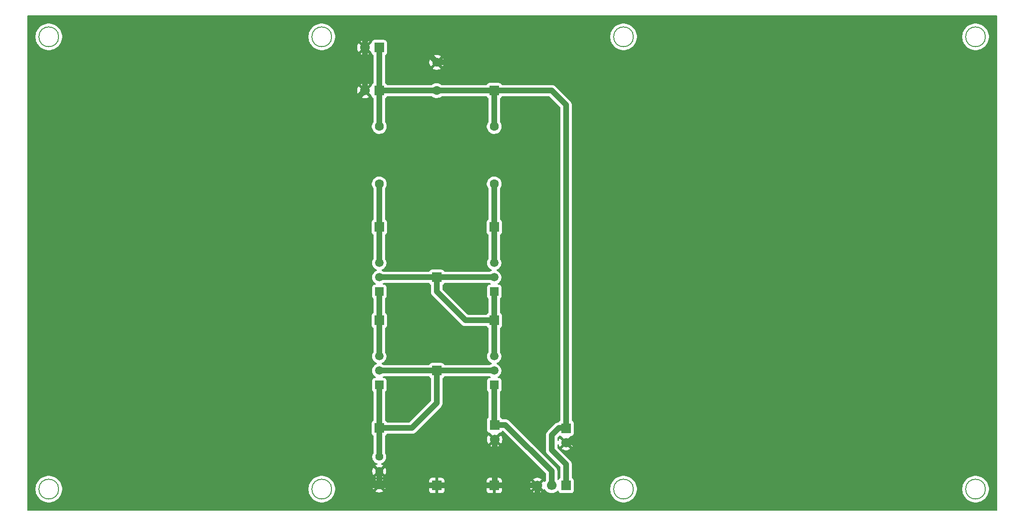
<source format=gbr>
%TF.GenerationSoftware,KiCad,Pcbnew,9.0.6-9.0.6~ubuntu22.04.1*%
%TF.CreationDate,2025-12-31T15:55:55+01:00*%
%TF.ProjectId,Symmetric_Wilson_Current_Mirror_With_Explanations,53796d6d-6574-4726-9963-5f57696c736f,rev?*%
%TF.SameCoordinates,Original*%
%TF.FileFunction,Copper,L2,Bot*%
%TF.FilePolarity,Positive*%
%FSLAX46Y46*%
G04 Gerber Fmt 4.6, Leading zero omitted, Abs format (unit mm)*
G04 Created by KiCad (PCBNEW 9.0.6-9.0.6~ubuntu22.04.1) date 2025-12-31 15:55:55*
%MOMM*%
%LPD*%
G01*
G04 APERTURE LIST*
%TA.AperFunction,NonConductor*%
%ADD10C,0.200000*%
%TD*%
%TA.AperFunction,ComponentPad*%
%ADD11R,1.500000X1.500000*%
%TD*%
%TA.AperFunction,ComponentPad*%
%ADD12C,1.500000*%
%TD*%
%TA.AperFunction,ComponentPad*%
%ADD13R,1.700000X1.700000*%
%TD*%
%TA.AperFunction,ComponentPad*%
%ADD14C,1.700000*%
%TD*%
%TA.AperFunction,ComponentPad*%
%ADD15C,1.600000*%
%TD*%
%TA.AperFunction,ComponentPad*%
%ADD16C,1.440000*%
%TD*%
%TA.AperFunction,ViaPad*%
%ADD17C,1.300000*%
%TD*%
%TA.AperFunction,Conductor*%
%ADD18C,1.000000*%
%TD*%
G04 APERTURE END LIST*
D10*
X246860000Y-73660000D02*
G75*
G02*
X243360000Y-73660000I-1750000J0D01*
G01*
X243360000Y-73660000D02*
G75*
G02*
X246860000Y-73660000I1750000J0D01*
G01*
X83030000Y-153670000D02*
G75*
G02*
X79530000Y-153670000I-1750000J0D01*
G01*
X79530000Y-153670000D02*
G75*
G02*
X83030000Y-153670000I1750000J0D01*
G01*
X184630000Y-73660000D02*
G75*
G02*
X181130000Y-73660000I-1750000J0D01*
G01*
X181130000Y-73660000D02*
G75*
G02*
X184630000Y-73660000I1750000J0D01*
G01*
X184630000Y-153670000D02*
G75*
G02*
X181130000Y-153670000I-1750000J0D01*
G01*
X181130000Y-153670000D02*
G75*
G02*
X184630000Y-153670000I1750000J0D01*
G01*
X131290000Y-153670000D02*
G75*
G02*
X127790000Y-153670000I-1750000J0D01*
G01*
X127790000Y-153670000D02*
G75*
G02*
X131290000Y-153670000I1750000J0D01*
G01*
X246860000Y-153670000D02*
G75*
G02*
X243360000Y-153670000I-1750000J0D01*
G01*
X243360000Y-153670000D02*
G75*
G02*
X246860000Y-153670000I1750000J0D01*
G01*
X83030000Y-73660000D02*
G75*
G02*
X79530000Y-73660000I-1750000J0D01*
G01*
X79530000Y-73660000D02*
G75*
G02*
X83030000Y-73660000I1750000J0D01*
G01*
X131290000Y-73660000D02*
G75*
G02*
X127790000Y-73660000I-1750000J0D01*
G01*
X127790000Y-73660000D02*
G75*
G02*
X131290000Y-73660000I1750000J0D01*
G01*
D11*
%TO.P,Q3,1,C*%
%TO.N,Vout*%
X160020000Y-135255000D03*
D12*
%TO.P,Q3,2,B*%
%TO.N,Net-(J4-Pin_1)*%
X160020000Y-132715000D03*
%TO.P,Q3,3,E*%
%TO.N,Net-(J10-Pin_1)*%
X160020000Y-130175000D03*
%TD*%
D13*
%TO.P,J11,1,Pin_1*%
%TO.N,Vout*%
X160100000Y-142335000D03*
D14*
%TO.P,J11,2,Pin_2*%
%TO.N,Gnd*%
X160100000Y-144875000D03*
%TD*%
D15*
%TO.P,R1,1*%
%TO.N,Net-(J1-Pin_1)*%
X139700000Y-89535000D03*
%TO.P,R1,2*%
%TO.N,Net-(J14-Pin_1)*%
X139700000Y-99695000D03*
%TD*%
D11*
%TO.P,Q2,1,C*%
%TO.N,Net-(J10-Pin_1)*%
X160020000Y-118745000D03*
D12*
%TO.P,Q2,2,B*%
X160020000Y-116205000D03*
%TO.P,Q2,3,E*%
%TO.N,Net-(J15-Pin_1)*%
X160020000Y-113665000D03*
%TD*%
D13*
%TO.P,J15,1,Pin_1*%
%TO.N,Net-(J15-Pin_1)*%
X160020000Y-107315000D03*
%TD*%
D15*
%TO.P,C1,1*%
%TO.N,Net-(J1-Pin_1)*%
X149860000Y-83185000D03*
%TO.P,C1,2*%
%TO.N,Gnd*%
X149860000Y-78185000D03*
%TD*%
D16*
%TO.P,RV1,1,1*%
%TO.N,Net-(J4-Pin_1)*%
X139700000Y-147955000D03*
%TO.P,RV1,2,2*%
%TO.N,Gnd*%
X139700000Y-150495000D03*
%TO.P,RV1,3,3*%
X139700000Y-153035000D03*
%TD*%
D13*
%TO.P,J14,1,Pin_1*%
%TO.N,Net-(J14-Pin_1)*%
X139700000Y-107315000D03*
%TD*%
%TO.P,J5,1,Pin_1*%
%TO.N,Net-(J1-Pin_1)*%
X160020000Y-83185000D03*
%TD*%
D11*
%TO.P,Q1,1,C*%
%TO.N,Net-(J3-Pin_1)*%
X139700000Y-118745000D03*
D12*
%TO.P,Q1,2,B*%
%TO.N,Net-(J10-Pin_1)*%
X139700000Y-116205000D03*
%TO.P,Q1,3,E*%
%TO.N,Net-(J14-Pin_1)*%
X139700000Y-113665000D03*
%TD*%
D13*
%TO.P,J10,1,Pin_1*%
%TO.N,Net-(J10-Pin_1)*%
X160020000Y-123825000D03*
%TD*%
%TO.P,J8,1,Pin_1*%
%TO.N,Gnd*%
X149860000Y-153035000D03*
%TD*%
%TO.P,J6,1,Pin_1*%
%TO.N,Net-(J10-Pin_1)*%
X149860000Y-116205000D03*
%TD*%
%TO.P,J3,1,Pin_1*%
%TO.N,Net-(J3-Pin_1)*%
X139700000Y-123825000D03*
%TD*%
%TO.P,J4,1,Pin_1*%
%TO.N,Net-(J4-Pin_1)*%
X139700000Y-142875000D03*
%TD*%
D15*
%TO.P,R2,1*%
%TO.N,Net-(J1-Pin_1)*%
X160020000Y-89535000D03*
%TO.P,R2,2*%
%TO.N,Net-(J15-Pin_1)*%
X160020000Y-99695000D03*
%TD*%
D13*
%TO.P,J9,1,Pin_1*%
%TO.N,Gnd*%
X160020000Y-153035000D03*
%TD*%
D11*
%TO.P,Q4,1,C*%
%TO.N,Net-(J4-Pin_1)*%
X139700000Y-135255000D03*
D12*
%TO.P,Q4,2,B*%
X139700000Y-132715000D03*
%TO.P,Q4,3,E*%
%TO.N,Net-(J3-Pin_1)*%
X139700000Y-130175000D03*
%TD*%
D13*
%TO.P,J7,1,Pin_1*%
%TO.N,Net-(J4-Pin_1)*%
X149860000Y-132715000D03*
%TD*%
%TO.P,J1,1,Pin_1*%
%TO.N,Net-(J1-Pin_1)*%
X139700000Y-75565000D03*
D14*
%TO.P,J1,2,Pin_2*%
%TO.N,Gnd*%
X137160000Y-75565000D03*
%TD*%
D13*
%TO.P,J2,1,Pin_1*%
%TO.N,Net-(J1-Pin_1)*%
X139700000Y-83185000D03*
D14*
%TO.P,J2,2,Pin_2*%
%TO.N,Gnd*%
X137160000Y-83185000D03*
%TD*%
D13*
%TO.P,J12,1,Pin_1*%
%TO.N,Net-(J1-Pin_1)*%
X172720000Y-153035000D03*
D14*
%TO.P,J12,2,Pin_2*%
%TO.N,Vout*%
X170180000Y-153035000D03*
%TO.P,J12,3,Pin_3*%
%TO.N,Gnd*%
X167640000Y-153035000D03*
%TD*%
D13*
%TO.P,J13,1,Pin_1*%
%TO.N,Net-(J1-Pin_1)*%
X172720000Y-142900000D03*
D14*
%TO.P,J13,2,Pin_2*%
%TO.N,Gnd*%
X172720000Y-145440000D03*
%TD*%
D17*
%TO.N,Gnd*%
X154940000Y-118745000D03*
X154940000Y-86995000D03*
X167640000Y-73025000D03*
X182880000Y-135255000D03*
X167640000Y-109855000D03*
X182880000Y-109855000D03*
X154940000Y-127635000D03*
X182880000Y-146685000D03*
X154940000Y-98425000D03*
X129540000Y-86995000D03*
X167640000Y-135255000D03*
X167640000Y-86995000D03*
X144780000Y-98425000D03*
X144780000Y-155575000D03*
X152400000Y-146685000D03*
X154940000Y-135255000D03*
X182880000Y-86995000D03*
X167640000Y-98425000D03*
X144780000Y-135255000D03*
X144780000Y-86995000D03*
X144780000Y-127635000D03*
X144780000Y-118745000D03*
X144780000Y-146685000D03*
X182880000Y-122555000D03*
X129540000Y-122555000D03*
X154940000Y-109855000D03*
X129540000Y-146685000D03*
X129540000Y-109855000D03*
X167640000Y-122555000D03*
X182880000Y-98425000D03*
X129540000Y-98425000D03*
X144780000Y-109855000D03*
X154940000Y-155575000D03*
X154940000Y-73025000D03*
X129540000Y-135255000D03*
%TD*%
D18*
%TO.N,Gnd*%
X177800000Y-141537081D02*
X177800000Y-84455000D01*
X137160000Y-74362919D02*
X137160000Y-75565000D01*
X171530000Y-78185000D02*
X149860000Y-78185000D01*
X160100000Y-144875000D02*
X160100000Y-152955000D01*
X149860000Y-78185000D02*
X144700000Y-73025000D01*
X175260000Y-155575000D02*
X175260000Y-146752919D01*
X177800000Y-84455000D02*
X171530000Y-78185000D01*
X144700000Y-73025000D02*
X138497919Y-73025000D01*
X138497919Y-73025000D02*
X137160000Y-74362919D01*
X172720000Y-145415000D02*
X173922081Y-145415000D01*
X139700000Y-150495000D02*
X139700000Y-153035000D01*
X167640000Y-155575000D02*
X175260000Y-155575000D01*
X160020000Y-153035000D02*
X149860000Y-153035000D01*
X173922081Y-145415000D02*
X177800000Y-141537081D01*
X149860000Y-153035000D02*
X139700000Y-153035000D01*
X175260000Y-146752919D02*
X173922081Y-145415000D01*
X167640000Y-153035000D02*
X160020000Y-153035000D01*
X137160000Y-153035000D02*
X134620000Y-150495000D01*
X167640000Y-153035000D02*
X167640000Y-155575000D01*
X137160000Y-75565000D02*
X137160000Y-83185000D01*
X139700000Y-153035000D02*
X137160000Y-153035000D01*
X134620000Y-150495000D02*
X134620000Y-85725000D01*
X134620000Y-85725000D02*
X137160000Y-83185000D01*
%TO.N,Net-(J4-Pin_1)*%
X149860000Y-138467459D02*
X145452459Y-142875000D01*
X139700000Y-135255000D02*
X139700000Y-142875000D01*
X160020000Y-132715000D02*
X149860000Y-132715000D01*
X139700000Y-147955000D02*
X139700000Y-142875000D01*
X149860000Y-132715000D02*
X149860000Y-138467459D01*
X139700000Y-132715000D02*
X149860000Y-132715000D01*
X145452459Y-142875000D02*
X139700000Y-142875000D01*
%TO.N,Net-(J3-Pin_1)*%
X139700000Y-130175000D02*
X139700000Y-123825000D01*
X139700000Y-118745000D02*
X139700000Y-123825000D01*
%TO.N,Net-(J10-Pin_1)*%
X139700000Y-116205000D02*
X149860000Y-116205000D01*
X160020000Y-130175000D02*
X160020000Y-123825000D01*
X154940000Y-123825000D02*
X160020000Y-123825000D01*
X160020000Y-118745000D02*
X160020000Y-123825000D01*
X160020000Y-116205000D02*
X149860000Y-116205000D01*
X149860000Y-116205000D02*
X149860000Y-118745000D01*
X149860000Y-118745000D02*
X154940000Y-123825000D01*
%TO.N,Vout*%
X160100000Y-142335000D02*
X162020000Y-142335000D01*
X160020000Y-135255000D02*
X160020000Y-142255000D01*
X170180000Y-150495000D02*
X170180000Y-153035000D01*
X162020000Y-142335000D02*
X170180000Y-150495000D01*
%TO.N,Net-(J1-Pin_1)*%
X139700000Y-75565000D02*
X139700000Y-83185000D01*
X140160000Y-83185000D02*
X160020000Y-83185000D01*
X170180000Y-146754000D02*
X172720000Y-149294000D01*
X139700000Y-89535000D02*
X139700000Y-83185000D01*
X170180000Y-144145000D02*
X170180000Y-146754000D01*
X170180000Y-83185000D02*
X160020000Y-83185000D01*
X171450000Y-142875000D02*
X170180000Y-144145000D01*
X172720000Y-142875000D02*
X172720000Y-85725000D01*
X172720000Y-85725000D02*
X170180000Y-83185000D01*
X160020000Y-89535000D02*
X160020000Y-83185000D01*
X172720000Y-149294000D02*
X172720000Y-153035000D01*
X172720000Y-142875000D02*
X171450000Y-142875000D01*
%TO.N,Net-(J14-Pin_1)*%
X139700000Y-113665000D02*
X139700000Y-107315000D01*
X139700000Y-107315000D02*
X139700000Y-99695000D01*
%TO.N,Net-(J15-Pin_1)*%
X160020000Y-107315000D02*
X160020000Y-99695000D01*
X160020000Y-113665000D02*
X160020000Y-107315000D01*
%TD*%
%TA.AperFunction,Conductor*%
%TO.N,Gnd*%
G36*
X171616348Y-144195219D02*
G01*
X171629950Y-144195444D01*
X171636560Y-144197112D01*
X171762517Y-144244091D01*
X171822127Y-144250500D01*
X171848099Y-144250499D01*
X171863034Y-144254269D01*
X171880389Y-144264503D01*
X171899723Y-144270179D01*
X171920372Y-144286818D01*
X172590591Y-144957037D01*
X172527007Y-144974075D01*
X172412993Y-145039901D01*
X172319901Y-145132993D01*
X172254075Y-145247007D01*
X172237037Y-145310591D01*
X171604728Y-144678282D01*
X171604727Y-144678282D01*
X171565380Y-144732439D01*
X171468904Y-144921782D01*
X171422431Y-145064814D01*
X171382994Y-145122489D01*
X171318635Y-145149688D01*
X171249789Y-145137773D01*
X171198313Y-145090529D01*
X171180500Y-145026496D01*
X171180500Y-144610781D01*
X171200185Y-144543742D01*
X171216815Y-144523104D01*
X171511926Y-144227992D01*
X171521670Y-144222672D01*
X171528614Y-144214008D01*
X171551792Y-144206223D01*
X171573249Y-144194508D01*
X171586050Y-144194719D01*
X171594848Y-144191765D01*
X171616348Y-144195219D01*
G37*
%TD.AperFunction*%
%TA.AperFunction,Conductor*%
G36*
X248863039Y-69869685D02*
G01*
X248908794Y-69922489D01*
X248920000Y-69974000D01*
X248920000Y-157356000D01*
X248900315Y-157423039D01*
X248847511Y-157468794D01*
X248796000Y-157480000D01*
X77594000Y-157480000D01*
X77526961Y-157460315D01*
X77481206Y-157407511D01*
X77470000Y-157356000D01*
X77470000Y-153515946D01*
X78929500Y-153515946D01*
X78929500Y-153824053D01*
X78929501Y-153824069D01*
X78969717Y-154129542D01*
X79049464Y-154427162D01*
X79167376Y-154711826D01*
X79167381Y-154711837D01*
X79260014Y-154872280D01*
X79321438Y-154978670D01*
X79321440Y-154978673D01*
X79321441Y-154978674D01*
X79509007Y-155223115D01*
X79509013Y-155223122D01*
X79726877Y-155440986D01*
X79726883Y-155440991D01*
X79971330Y-155628562D01*
X80142830Y-155727578D01*
X80238162Y-155782618D01*
X80238167Y-155782620D01*
X80238170Y-155782622D01*
X80522836Y-155900535D01*
X80820456Y-155980282D01*
X81125940Y-156020500D01*
X81125947Y-156020500D01*
X81434053Y-156020500D01*
X81434060Y-156020500D01*
X81739544Y-155980282D01*
X82037164Y-155900535D01*
X82321830Y-155782622D01*
X82588670Y-155628562D01*
X82833117Y-155440991D01*
X83050991Y-155223117D01*
X83238562Y-154978670D01*
X83392622Y-154711830D01*
X83510535Y-154427164D01*
X83590282Y-154129544D01*
X83630500Y-153824060D01*
X83630500Y-153515946D01*
X127189500Y-153515946D01*
X127189500Y-153824053D01*
X127189501Y-153824069D01*
X127229717Y-154129542D01*
X127309464Y-154427162D01*
X127427376Y-154711826D01*
X127427381Y-154711837D01*
X127520014Y-154872280D01*
X127581438Y-154978670D01*
X127581440Y-154978673D01*
X127581441Y-154978674D01*
X127769007Y-155223115D01*
X127769013Y-155223122D01*
X127986877Y-155440986D01*
X127986883Y-155440991D01*
X128231330Y-155628562D01*
X128402830Y-155727578D01*
X128498162Y-155782618D01*
X128498167Y-155782620D01*
X128498170Y-155782622D01*
X128782836Y-155900535D01*
X129080456Y-155980282D01*
X129385940Y-156020500D01*
X129385947Y-156020500D01*
X129694053Y-156020500D01*
X129694060Y-156020500D01*
X129999544Y-155980282D01*
X130297164Y-155900535D01*
X130581830Y-155782622D01*
X130848670Y-155628562D01*
X131093117Y-155440991D01*
X131310991Y-155223117D01*
X131498562Y-154978670D01*
X131652622Y-154711830D01*
X131770535Y-154427164D01*
X131850282Y-154129544D01*
X131890500Y-153824060D01*
X131890500Y-153515940D01*
X131850282Y-153210456D01*
X131770535Y-152912836D01*
X131652622Y-152628170D01*
X131652620Y-152628167D01*
X131652618Y-152628162D01*
X131588200Y-152516588D01*
X131498562Y-152361330D01*
X131339752Y-152154365D01*
X131325312Y-152135546D01*
X131325310Y-152135544D01*
X131317683Y-152125604D01*
X131310991Y-152116883D01*
X131310989Y-152116881D01*
X131310986Y-152116877D01*
X131093122Y-151899013D01*
X131093115Y-151899007D01*
X130848674Y-151711441D01*
X130848673Y-151711440D01*
X130848670Y-151711438D01*
X130737180Y-151647069D01*
X130581837Y-151557381D01*
X130581826Y-151557376D01*
X130297162Y-151439464D01*
X129999542Y-151359717D01*
X129694069Y-151319501D01*
X129694066Y-151319500D01*
X129694060Y-151319500D01*
X129385940Y-151319500D01*
X129385934Y-151319500D01*
X129385930Y-151319501D01*
X129080457Y-151359717D01*
X128782837Y-151439464D01*
X128498173Y-151557376D01*
X128498162Y-151557381D01*
X128231325Y-151711441D01*
X127986884Y-151899007D01*
X127986877Y-151899013D01*
X127769013Y-152116877D01*
X127769007Y-152116884D01*
X127581441Y-152361325D01*
X127427381Y-152628162D01*
X127427376Y-152628173D01*
X127309464Y-152912837D01*
X127229717Y-153210457D01*
X127189501Y-153515930D01*
X127189500Y-153515946D01*
X83630500Y-153515946D01*
X83630500Y-153515940D01*
X83590282Y-153210456D01*
X83510535Y-152912836D01*
X83392622Y-152628170D01*
X83392620Y-152628167D01*
X83392618Y-152628162D01*
X83328200Y-152516588D01*
X83238562Y-152361330D01*
X83079752Y-152154365D01*
X83050992Y-152116884D01*
X83050986Y-152116877D01*
X82833122Y-151899013D01*
X82833115Y-151899007D01*
X82588674Y-151711441D01*
X82588673Y-151711440D01*
X82588670Y-151711438D01*
X82477180Y-151647069D01*
X82321837Y-151557381D01*
X82321826Y-151557376D01*
X82037162Y-151439464D01*
X81739542Y-151359717D01*
X81434069Y-151319501D01*
X81434066Y-151319500D01*
X81434060Y-151319500D01*
X81125940Y-151319500D01*
X81125934Y-151319500D01*
X81125930Y-151319501D01*
X80820457Y-151359717D01*
X80522837Y-151439464D01*
X80238173Y-151557376D01*
X80238162Y-151557381D01*
X79971325Y-151711441D01*
X79726884Y-151899007D01*
X79726877Y-151899013D01*
X79509013Y-152116877D01*
X79509007Y-152116884D01*
X79321441Y-152361325D01*
X79167381Y-152628162D01*
X79167376Y-152628173D01*
X79049464Y-152912837D01*
X78969717Y-153210457D01*
X78929501Y-153515930D01*
X78929500Y-153515946D01*
X77470000Y-153515946D01*
X77470000Y-73505946D01*
X78929500Y-73505946D01*
X78929500Y-73814053D01*
X78929501Y-73814069D01*
X78969717Y-74119542D01*
X79049464Y-74417162D01*
X79167376Y-74701826D01*
X79167381Y-74701837D01*
X79204063Y-74765371D01*
X79321438Y-74968670D01*
X79321440Y-74968673D01*
X79321441Y-74968674D01*
X79509007Y-75213115D01*
X79509013Y-75213122D01*
X79726877Y-75430986D01*
X79726883Y-75430991D01*
X79971330Y-75618562D01*
X80142830Y-75717578D01*
X80238162Y-75772618D01*
X80238167Y-75772620D01*
X80238170Y-75772622D01*
X80522836Y-75890535D01*
X80820456Y-75970282D01*
X81125940Y-76010500D01*
X81125947Y-76010500D01*
X81434053Y-76010500D01*
X81434060Y-76010500D01*
X81739544Y-75970282D01*
X82037164Y-75890535D01*
X82321830Y-75772622D01*
X82588670Y-75618562D01*
X82833117Y-75430991D01*
X83050991Y-75213117D01*
X83238562Y-74968670D01*
X83392622Y-74701830D01*
X83510535Y-74417164D01*
X83590282Y-74119544D01*
X83630500Y-73814060D01*
X83630500Y-73505946D01*
X127189500Y-73505946D01*
X127189500Y-73814053D01*
X127189501Y-73814069D01*
X127229717Y-74119542D01*
X127309464Y-74417162D01*
X127427376Y-74701826D01*
X127427381Y-74701837D01*
X127464063Y-74765371D01*
X127581438Y-74968670D01*
X127581440Y-74968673D01*
X127581441Y-74968674D01*
X127769007Y-75213115D01*
X127769013Y-75213122D01*
X127986877Y-75430986D01*
X127986883Y-75430991D01*
X128231330Y-75618562D01*
X128402830Y-75717578D01*
X128498162Y-75772618D01*
X128498167Y-75772620D01*
X128498170Y-75772622D01*
X128782836Y-75890535D01*
X129080456Y-75970282D01*
X129385940Y-76010500D01*
X129385947Y-76010500D01*
X129694053Y-76010500D01*
X129694060Y-76010500D01*
X129999544Y-75970282D01*
X130297164Y-75890535D01*
X130581830Y-75772622D01*
X130848670Y-75618562D01*
X131056937Y-75458753D01*
X135810000Y-75458753D01*
X135810000Y-75671246D01*
X135843242Y-75881127D01*
X135843242Y-75881130D01*
X135908904Y-76083217D01*
X136005375Y-76272550D01*
X136044728Y-76326716D01*
X136677037Y-75694408D01*
X136694075Y-75757993D01*
X136759901Y-75872007D01*
X136852993Y-75965099D01*
X136967007Y-76030925D01*
X137030590Y-76047962D01*
X136398282Y-76680269D01*
X136398282Y-76680270D01*
X136452449Y-76719624D01*
X136641782Y-76816095D01*
X136843870Y-76881757D01*
X137053754Y-76915000D01*
X137266246Y-76915000D01*
X137476127Y-76881757D01*
X137476130Y-76881757D01*
X137678217Y-76816095D01*
X137867554Y-76719622D01*
X137921716Y-76680270D01*
X137921717Y-76680270D01*
X137289408Y-76047962D01*
X137352993Y-76030925D01*
X137467007Y-75965099D01*
X137560099Y-75872007D01*
X137625925Y-75757993D01*
X137642962Y-75694408D01*
X138313181Y-76364628D01*
X138346666Y-76425951D01*
X138349500Y-76452300D01*
X138349500Y-76462865D01*
X138349501Y-76462876D01*
X138355908Y-76522483D01*
X138406202Y-76657328D01*
X138406206Y-76657335D01*
X138492452Y-76772544D01*
X138492455Y-76772547D01*
X138607665Y-76858794D01*
X138607667Y-76858794D01*
X138607669Y-76858796D01*
X138618830Y-76862958D01*
X138674764Y-76904826D01*
X138699184Y-76970289D01*
X138699500Y-76979141D01*
X138699500Y-81770858D01*
X138679815Y-81837897D01*
X138627011Y-81883652D01*
X138618847Y-81887034D01*
X138607669Y-81891204D01*
X138607664Y-81891206D01*
X138492455Y-81977452D01*
X138492452Y-81977455D01*
X138406206Y-82092664D01*
X138406202Y-82092671D01*
X138355908Y-82227517D01*
X138349501Y-82287116D01*
X138349500Y-82287135D01*
X138349500Y-82297690D01*
X138329815Y-82364729D01*
X138313181Y-82385371D01*
X137642962Y-83055590D01*
X137625925Y-82992007D01*
X137560099Y-82877993D01*
X137467007Y-82784901D01*
X137352993Y-82719075D01*
X137289409Y-82702037D01*
X137921716Y-82069728D01*
X137867550Y-82030375D01*
X137678217Y-81933904D01*
X137476129Y-81868242D01*
X137266246Y-81835000D01*
X137053754Y-81835000D01*
X136843872Y-81868242D01*
X136843869Y-81868242D01*
X136641782Y-81933904D01*
X136452439Y-82030380D01*
X136398282Y-82069727D01*
X136398282Y-82069728D01*
X137030591Y-82702037D01*
X136967007Y-82719075D01*
X136852993Y-82784901D01*
X136759901Y-82877993D01*
X136694075Y-82992007D01*
X136677037Y-83055591D01*
X136044728Y-82423282D01*
X136044727Y-82423282D01*
X136005380Y-82477439D01*
X135908904Y-82666782D01*
X135843242Y-82868869D01*
X135843242Y-82868872D01*
X135810000Y-83078753D01*
X135810000Y-83291246D01*
X135843242Y-83501127D01*
X135843242Y-83501130D01*
X135908904Y-83703217D01*
X136005375Y-83892550D01*
X136044728Y-83946716D01*
X136677037Y-83314408D01*
X136694075Y-83377993D01*
X136759901Y-83492007D01*
X136852993Y-83585099D01*
X136967007Y-83650925D01*
X137030590Y-83667962D01*
X136398282Y-84300269D01*
X136398282Y-84300270D01*
X136452449Y-84339624D01*
X136641782Y-84436095D01*
X136843870Y-84501757D01*
X137053754Y-84535000D01*
X137266246Y-84535000D01*
X137476127Y-84501757D01*
X137476130Y-84501757D01*
X137678217Y-84436095D01*
X137867554Y-84339622D01*
X137921716Y-84300270D01*
X137921717Y-84300270D01*
X137289408Y-83667962D01*
X137352993Y-83650925D01*
X137467007Y-83585099D01*
X137560099Y-83492007D01*
X137625925Y-83377993D01*
X137642962Y-83314408D01*
X138313181Y-83984628D01*
X138346666Y-84045951D01*
X138349500Y-84072300D01*
X138349500Y-84082865D01*
X138349501Y-84082876D01*
X138355908Y-84142483D01*
X138406202Y-84277328D01*
X138406206Y-84277335D01*
X138492452Y-84392544D01*
X138492455Y-84392547D01*
X138607665Y-84478794D01*
X138607667Y-84478794D01*
X138607669Y-84478796D01*
X138618830Y-84482958D01*
X138674764Y-84524826D01*
X138699184Y-84590289D01*
X138699500Y-84599141D01*
X138699500Y-88659237D01*
X138679815Y-88726276D01*
X138675818Y-88732122D01*
X138587715Y-88853386D01*
X138494781Y-89035776D01*
X138431522Y-89230465D01*
X138399500Y-89432648D01*
X138399500Y-89637351D01*
X138431522Y-89839534D01*
X138494781Y-90034223D01*
X138587715Y-90216613D01*
X138708028Y-90382213D01*
X138852786Y-90526971D01*
X139007749Y-90639556D01*
X139018390Y-90647287D01*
X139134607Y-90706503D01*
X139200776Y-90740218D01*
X139200778Y-90740218D01*
X139200781Y-90740220D01*
X139305137Y-90774127D01*
X139395465Y-90803477D01*
X139496557Y-90819488D01*
X139597648Y-90835500D01*
X139597649Y-90835500D01*
X139802351Y-90835500D01*
X139802352Y-90835500D01*
X140004534Y-90803477D01*
X140199219Y-90740220D01*
X140381610Y-90647287D01*
X140474590Y-90579732D01*
X140547213Y-90526971D01*
X140547215Y-90526968D01*
X140547219Y-90526966D01*
X140691966Y-90382219D01*
X140691968Y-90382215D01*
X140691971Y-90382213D01*
X140744732Y-90309590D01*
X140812287Y-90216610D01*
X140905220Y-90034219D01*
X140968477Y-89839534D01*
X141000500Y-89637352D01*
X141000500Y-89432648D01*
X140968477Y-89230466D01*
X140905220Y-89035781D01*
X140905218Y-89035778D01*
X140905218Y-89035776D01*
X140871503Y-88969607D01*
X140812287Y-88853390D01*
X140799654Y-88836003D01*
X140724182Y-88732122D01*
X140700702Y-88666316D01*
X140700500Y-88659237D01*
X140700500Y-84599141D01*
X140720185Y-84532102D01*
X140772989Y-84486347D01*
X140781149Y-84482966D01*
X140792331Y-84478796D01*
X140907546Y-84392546D01*
X140993796Y-84277331D01*
X140997960Y-84266165D01*
X141039829Y-84210234D01*
X141105293Y-84185816D01*
X141114141Y-84185500D01*
X148984238Y-84185500D01*
X149051277Y-84205185D01*
X149057119Y-84209179D01*
X149178390Y-84297287D01*
X149261481Y-84339624D01*
X149360776Y-84390218D01*
X149360778Y-84390218D01*
X149360781Y-84390220D01*
X149465137Y-84424127D01*
X149555465Y-84453477D01*
X149656557Y-84469488D01*
X149757648Y-84485500D01*
X149757649Y-84485500D01*
X149962351Y-84485500D01*
X149962352Y-84485500D01*
X150164534Y-84453477D01*
X150359219Y-84390220D01*
X150541610Y-84297287D01*
X150662877Y-84209181D01*
X150728683Y-84185702D01*
X150735762Y-84185500D01*
X158605859Y-84185500D01*
X158672898Y-84205185D01*
X158718653Y-84257989D01*
X158722030Y-84266140D01*
X158726204Y-84277331D01*
X158726205Y-84277332D01*
X158726206Y-84277335D01*
X158812452Y-84392544D01*
X158812455Y-84392547D01*
X158927665Y-84478794D01*
X158927667Y-84478794D01*
X158927669Y-84478796D01*
X158938830Y-84482958D01*
X158994764Y-84524826D01*
X159019184Y-84590289D01*
X159019500Y-84599141D01*
X159019500Y-88659237D01*
X158999815Y-88726276D01*
X158995818Y-88732122D01*
X158907715Y-88853386D01*
X158814781Y-89035776D01*
X158751522Y-89230465D01*
X158719500Y-89432648D01*
X158719500Y-89637351D01*
X158751522Y-89839534D01*
X158814781Y-90034223D01*
X158907715Y-90216613D01*
X159028028Y-90382213D01*
X159172786Y-90526971D01*
X159327749Y-90639556D01*
X159338390Y-90647287D01*
X159454607Y-90706503D01*
X159520776Y-90740218D01*
X159520778Y-90740218D01*
X159520781Y-90740220D01*
X159625137Y-90774127D01*
X159715465Y-90803477D01*
X159816557Y-90819488D01*
X159917648Y-90835500D01*
X159917649Y-90835500D01*
X160122351Y-90835500D01*
X160122352Y-90835500D01*
X160324534Y-90803477D01*
X160519219Y-90740220D01*
X160701610Y-90647287D01*
X160794590Y-90579732D01*
X160867213Y-90526971D01*
X160867215Y-90526968D01*
X160867219Y-90526966D01*
X161011966Y-90382219D01*
X161011968Y-90382215D01*
X161011971Y-90382213D01*
X161064732Y-90309590D01*
X161132287Y-90216610D01*
X161225220Y-90034219D01*
X161288477Y-89839534D01*
X161320500Y-89637352D01*
X161320500Y-89432648D01*
X161288477Y-89230466D01*
X161225220Y-89035781D01*
X161225218Y-89035778D01*
X161225218Y-89035776D01*
X161191503Y-88969607D01*
X161132287Y-88853390D01*
X161119654Y-88836003D01*
X161044182Y-88732122D01*
X161020702Y-88666316D01*
X161020500Y-88659237D01*
X161020500Y-84599141D01*
X161040185Y-84532102D01*
X161092989Y-84486347D01*
X161101149Y-84482966D01*
X161112331Y-84478796D01*
X161227546Y-84392546D01*
X161313796Y-84277331D01*
X161317960Y-84266165D01*
X161359829Y-84210234D01*
X161425293Y-84185816D01*
X161434141Y-84185500D01*
X169714218Y-84185500D01*
X169781257Y-84205185D01*
X169801899Y-84221819D01*
X171683181Y-86103101D01*
X171716666Y-86164424D01*
X171719500Y-86190782D01*
X171719500Y-141485858D01*
X171699815Y-141552897D01*
X171647011Y-141598652D01*
X171638847Y-141602034D01*
X171627669Y-141606204D01*
X171627664Y-141606206D01*
X171512455Y-141692452D01*
X171512452Y-141692455D01*
X171426202Y-141807669D01*
X171422154Y-141815084D01*
X171421342Y-141815895D01*
X171421078Y-141817015D01*
X171396679Y-141840557D01*
X171372748Y-141864489D01*
X171371355Y-141864994D01*
X171370799Y-141865531D01*
X171337515Y-141877273D01*
X171275582Y-141889592D01*
X171254812Y-141893724D01*
X171158167Y-141912947D01*
X171158161Y-141912949D01*
X171104834Y-141935037D01*
X171104834Y-141935038D01*
X171059315Y-141953892D01*
X170976089Y-141988366D01*
X170976079Y-141988371D01*
X170812219Y-142097859D01*
X170742540Y-142167538D01*
X170672861Y-142237218D01*
X170672858Y-142237221D01*
X169542221Y-143367858D01*
X169542218Y-143367861D01*
X169493910Y-143416169D01*
X169402859Y-143507219D01*
X169293371Y-143671080D01*
X169293364Y-143671093D01*
X169255863Y-143761632D01*
X169224625Y-143837048D01*
X169224624Y-143837052D01*
X169217948Y-143853167D01*
X169217947Y-143853171D01*
X169179500Y-144046454D01*
X169179500Y-146852544D01*
X169213615Y-147024053D01*
X169213616Y-147024053D01*
X169217950Y-147045838D01*
X169293364Y-147227907D01*
X169293371Y-147227920D01*
X169402859Y-147391780D01*
X169402860Y-147391781D01*
X169402861Y-147391782D01*
X169542218Y-147531139D01*
X169542219Y-147531139D01*
X169549286Y-147538206D01*
X169549285Y-147538206D01*
X169549289Y-147538209D01*
X171683181Y-149672101D01*
X171716666Y-149733424D01*
X171719500Y-149759782D01*
X171719500Y-151620858D01*
X171699815Y-151687897D01*
X171647011Y-151733652D01*
X171638847Y-151737034D01*
X171627669Y-151741204D01*
X171627664Y-151741206D01*
X171512455Y-151827452D01*
X171512452Y-151827455D01*
X171426206Y-151942664D01*
X171426202Y-151942671D01*
X171420682Y-151957473D01*
X171378811Y-152013407D01*
X171313346Y-152037824D01*
X171245073Y-152022972D01*
X171195668Y-151973567D01*
X171180500Y-151914140D01*
X171180500Y-150396456D01*
X171152571Y-150256053D01*
X171152571Y-150256048D01*
X171142053Y-150203172D01*
X171142052Y-150203165D01*
X171066632Y-150021086D01*
X171066631Y-150021085D01*
X171066628Y-150021079D01*
X170957140Y-149857219D01*
X170957137Y-149857215D01*
X162804209Y-141704289D01*
X162804206Y-141704285D01*
X162804206Y-141704286D01*
X162797139Y-141697219D01*
X162797139Y-141697218D01*
X162657782Y-141557861D01*
X162657781Y-141557860D01*
X162657780Y-141557859D01*
X162493920Y-141448371D01*
X162493911Y-141448366D01*
X162421315Y-141418296D01*
X162365165Y-141395038D01*
X162311836Y-141372949D01*
X162311832Y-141372948D01*
X162311828Y-141372946D01*
X162215188Y-141353724D01*
X162118544Y-141334500D01*
X162118541Y-141334500D01*
X161514141Y-141334500D01*
X161447102Y-141314815D01*
X161401347Y-141262011D01*
X161397969Y-141253859D01*
X161393796Y-141242669D01*
X161393793Y-141242665D01*
X161393793Y-141242664D01*
X161307547Y-141127455D01*
X161307544Y-141127452D01*
X161192335Y-141041206D01*
X161192328Y-141041202D01*
X161101167Y-141007202D01*
X161045233Y-140965331D01*
X161020816Y-140899867D01*
X161020500Y-140891020D01*
X161020500Y-136504749D01*
X161040185Y-136437710D01*
X161070190Y-136405482D01*
X161127546Y-136362546D01*
X161213796Y-136247331D01*
X161264091Y-136112483D01*
X161270500Y-136052873D01*
X161270499Y-134457128D01*
X161264091Y-134397517D01*
X161213796Y-134262669D01*
X161213795Y-134262668D01*
X161213793Y-134262664D01*
X161127547Y-134147455D01*
X161127544Y-134147452D01*
X161012335Y-134061206D01*
X161012328Y-134061202D01*
X160877482Y-134010908D01*
X160877483Y-134010908D01*
X160817883Y-134004501D01*
X160817881Y-134004500D01*
X160817873Y-134004500D01*
X160817865Y-134004500D01*
X160754267Y-134004500D01*
X160687228Y-133984815D01*
X160641473Y-133932011D01*
X160631529Y-133862853D01*
X160660554Y-133799297D01*
X160681381Y-133780182D01*
X160834646Y-133668828D01*
X160973828Y-133529646D01*
X161089524Y-133370405D01*
X161178884Y-133195025D01*
X161239709Y-133007826D01*
X161270500Y-132813422D01*
X161270500Y-132616577D01*
X161239709Y-132422173D01*
X161178882Y-132234970D01*
X161089523Y-132059594D01*
X160973828Y-131900354D01*
X160834646Y-131761172D01*
X160736365Y-131689766D01*
X160675403Y-131645474D01*
X160498787Y-131555485D01*
X160447990Y-131507511D01*
X160431195Y-131439690D01*
X160453732Y-131373555D01*
X160498787Y-131334515D01*
X160675403Y-131244525D01*
X160675402Y-131244525D01*
X160675405Y-131244524D01*
X160834646Y-131128828D01*
X160973828Y-130989646D01*
X161089524Y-130830405D01*
X161178884Y-130655025D01*
X161239709Y-130467826D01*
X161270500Y-130273422D01*
X161270500Y-130076577D01*
X161239709Y-129882173D01*
X161178882Y-129694970D01*
X161146464Y-129631347D01*
X161089524Y-129519595D01*
X161085547Y-129514121D01*
X161044182Y-129457186D01*
X161020702Y-129391380D01*
X161020500Y-129384301D01*
X161020500Y-125239141D01*
X161040185Y-125172102D01*
X161092989Y-125126347D01*
X161101149Y-125122966D01*
X161112331Y-125118796D01*
X161227546Y-125032546D01*
X161313796Y-124917331D01*
X161364091Y-124782483D01*
X161370500Y-124722873D01*
X161370499Y-122927128D01*
X161364091Y-122867517D01*
X161313796Y-122732669D01*
X161313795Y-122732668D01*
X161313793Y-122732664D01*
X161227547Y-122617455D01*
X161227544Y-122617452D01*
X161112335Y-122531206D01*
X161112332Y-122531205D01*
X161112331Y-122531204D01*
X161101161Y-122527038D01*
X161045231Y-122485166D01*
X161020816Y-122419701D01*
X161020500Y-122410858D01*
X161020500Y-119994749D01*
X161040185Y-119927710D01*
X161070190Y-119895482D01*
X161127546Y-119852546D01*
X161213796Y-119737331D01*
X161264091Y-119602483D01*
X161270500Y-119542873D01*
X161270499Y-117947128D01*
X161264091Y-117887517D01*
X161213796Y-117752669D01*
X161213795Y-117752668D01*
X161213793Y-117752664D01*
X161127547Y-117637455D01*
X161127544Y-117637452D01*
X161012335Y-117551206D01*
X161012328Y-117551202D01*
X160877482Y-117500908D01*
X160877483Y-117500908D01*
X160817883Y-117494501D01*
X160817881Y-117494500D01*
X160817873Y-117494500D01*
X160817865Y-117494500D01*
X160754267Y-117494500D01*
X160687228Y-117474815D01*
X160641473Y-117422011D01*
X160631529Y-117352853D01*
X160660554Y-117289297D01*
X160681381Y-117270182D01*
X160834646Y-117158828D01*
X160973828Y-117019646D01*
X161089524Y-116860405D01*
X161178884Y-116685025D01*
X161239709Y-116497826D01*
X161270500Y-116303422D01*
X161270500Y-116106577D01*
X161239709Y-115912173D01*
X161178882Y-115724970D01*
X161089523Y-115549594D01*
X160973828Y-115390354D01*
X160834646Y-115251172D01*
X160736365Y-115179766D01*
X160675403Y-115135474D01*
X160498787Y-115045485D01*
X160447990Y-114997511D01*
X160431195Y-114929690D01*
X160453732Y-114863555D01*
X160498787Y-114824515D01*
X160675403Y-114734525D01*
X160675402Y-114734525D01*
X160675405Y-114734524D01*
X160834646Y-114618828D01*
X160973828Y-114479646D01*
X161089524Y-114320405D01*
X161178884Y-114145025D01*
X161239709Y-113957826D01*
X161270500Y-113763422D01*
X161270500Y-113566577D01*
X161239709Y-113372173D01*
X161178882Y-113184970D01*
X161146464Y-113121347D01*
X161089524Y-113009595D01*
X161085547Y-113004121D01*
X161044182Y-112947186D01*
X161020702Y-112881380D01*
X161020500Y-112874301D01*
X161020500Y-108729141D01*
X161040185Y-108662102D01*
X161092989Y-108616347D01*
X161101149Y-108612966D01*
X161112331Y-108608796D01*
X161227546Y-108522546D01*
X161313796Y-108407331D01*
X161364091Y-108272483D01*
X161370500Y-108212873D01*
X161370499Y-106417128D01*
X161364091Y-106357517D01*
X161313796Y-106222669D01*
X161313795Y-106222668D01*
X161313793Y-106222664D01*
X161227547Y-106107455D01*
X161227544Y-106107452D01*
X161112335Y-106021206D01*
X161112332Y-106021205D01*
X161112331Y-106021204D01*
X161101161Y-106017038D01*
X161045231Y-105975166D01*
X161020816Y-105909701D01*
X161020500Y-105900858D01*
X161020500Y-100570761D01*
X161040185Y-100503722D01*
X161044165Y-100497899D01*
X161132287Y-100376610D01*
X161225220Y-100194219D01*
X161288477Y-99999534D01*
X161320500Y-99797352D01*
X161320500Y-99592648D01*
X161288477Y-99390466D01*
X161225220Y-99195781D01*
X161225218Y-99195778D01*
X161225218Y-99195776D01*
X161191503Y-99129607D01*
X161132287Y-99013390D01*
X161124556Y-99002749D01*
X161011971Y-98847786D01*
X160867213Y-98703028D01*
X160701613Y-98582715D01*
X160701612Y-98582714D01*
X160701610Y-98582713D01*
X160644653Y-98553691D01*
X160519223Y-98489781D01*
X160324534Y-98426522D01*
X160149995Y-98398878D01*
X160122352Y-98394500D01*
X159917648Y-98394500D01*
X159893329Y-98398351D01*
X159715465Y-98426522D01*
X159520776Y-98489781D01*
X159338386Y-98582715D01*
X159172786Y-98703028D01*
X159028028Y-98847786D01*
X158907715Y-99013386D01*
X158814781Y-99195776D01*
X158751522Y-99390465D01*
X158719500Y-99592648D01*
X158719500Y-99797351D01*
X158751522Y-99999534D01*
X158814781Y-100194223D01*
X158907713Y-100376610D01*
X158995819Y-100497877D01*
X159019298Y-100563681D01*
X159019500Y-100570761D01*
X159019500Y-105900858D01*
X158999815Y-105967897D01*
X158947011Y-106013652D01*
X158938847Y-106017034D01*
X158927669Y-106021204D01*
X158927664Y-106021206D01*
X158812455Y-106107452D01*
X158812452Y-106107455D01*
X158726206Y-106222664D01*
X158726202Y-106222671D01*
X158675908Y-106357517D01*
X158669501Y-106417116D01*
X158669501Y-106417123D01*
X158669500Y-106417135D01*
X158669500Y-108212870D01*
X158669501Y-108212876D01*
X158675908Y-108272483D01*
X158726202Y-108407328D01*
X158726206Y-108407335D01*
X158812452Y-108522544D01*
X158812455Y-108522547D01*
X158927665Y-108608794D01*
X158927667Y-108608794D01*
X158927669Y-108608796D01*
X158938830Y-108612958D01*
X158994764Y-108654826D01*
X159019184Y-108720289D01*
X159019500Y-108729141D01*
X159019500Y-112874301D01*
X158999815Y-112941340D01*
X158995818Y-112947186D01*
X158950478Y-113009591D01*
X158861117Y-113184970D01*
X158800290Y-113372173D01*
X158769500Y-113566577D01*
X158769500Y-113763422D01*
X158800290Y-113957826D01*
X158861117Y-114145029D01*
X158950476Y-114320405D01*
X159066172Y-114479646D01*
X159205354Y-114618828D01*
X159364595Y-114734524D01*
X159487992Y-114797397D01*
X159541213Y-114824515D01*
X159592009Y-114872489D01*
X159608804Y-114940310D01*
X159586267Y-115006445D01*
X159541213Y-115045485D01*
X159364591Y-115135478D01*
X159302186Y-115180818D01*
X159236380Y-115204298D01*
X159229301Y-115204500D01*
X151274141Y-115204500D01*
X151207102Y-115184815D01*
X151161347Y-115132011D01*
X151157969Y-115123859D01*
X151153796Y-115112669D01*
X151153793Y-115112665D01*
X151153793Y-115112664D01*
X151067547Y-114997455D01*
X151067544Y-114997452D01*
X150952335Y-114911206D01*
X150952328Y-114911202D01*
X150817482Y-114860908D01*
X150817483Y-114860908D01*
X150757883Y-114854501D01*
X150757881Y-114854500D01*
X150757873Y-114854500D01*
X150757864Y-114854500D01*
X148962129Y-114854500D01*
X148962123Y-114854501D01*
X148902516Y-114860908D01*
X148767671Y-114911202D01*
X148767664Y-114911206D01*
X148652455Y-114997452D01*
X148652452Y-114997455D01*
X148566206Y-115112664D01*
X148566204Y-115112668D01*
X148566204Y-115112669D01*
X148562039Y-115123834D01*
X148520171Y-115179766D01*
X148454707Y-115204184D01*
X148445859Y-115204500D01*
X140490699Y-115204500D01*
X140423660Y-115184815D01*
X140417814Y-115180818D01*
X140355406Y-115135476D01*
X140178787Y-115045485D01*
X140127990Y-114997511D01*
X140111195Y-114929690D01*
X140133732Y-114863555D01*
X140178787Y-114824515D01*
X140355403Y-114734525D01*
X140355402Y-114734525D01*
X140355405Y-114734524D01*
X140514646Y-114618828D01*
X140653828Y-114479646D01*
X140769524Y-114320405D01*
X140858884Y-114145025D01*
X140919709Y-113957826D01*
X140950500Y-113763422D01*
X140950500Y-113566577D01*
X140919709Y-113372173D01*
X140858882Y-113184970D01*
X140826464Y-113121347D01*
X140769524Y-113009595D01*
X140765547Y-113004121D01*
X140724182Y-112947186D01*
X140700702Y-112881380D01*
X140700500Y-112874301D01*
X140700500Y-108729141D01*
X140720185Y-108662102D01*
X140772989Y-108616347D01*
X140781149Y-108612966D01*
X140792331Y-108608796D01*
X140907546Y-108522546D01*
X140993796Y-108407331D01*
X141044091Y-108272483D01*
X141050500Y-108212873D01*
X141050499Y-106417128D01*
X141044091Y-106357517D01*
X140993796Y-106222669D01*
X140993795Y-106222668D01*
X140993793Y-106222664D01*
X140907547Y-106107455D01*
X140907544Y-106107452D01*
X140792335Y-106021206D01*
X140792332Y-106021205D01*
X140792331Y-106021204D01*
X140781161Y-106017038D01*
X140725231Y-105975166D01*
X140700816Y-105909701D01*
X140700500Y-105900858D01*
X140700500Y-100570761D01*
X140720185Y-100503722D01*
X140724165Y-100497899D01*
X140812287Y-100376610D01*
X140905220Y-100194219D01*
X140968477Y-99999534D01*
X141000500Y-99797352D01*
X141000500Y-99592648D01*
X140968477Y-99390466D01*
X140905220Y-99195781D01*
X140905218Y-99195778D01*
X140905218Y-99195776D01*
X140871503Y-99129607D01*
X140812287Y-99013390D01*
X140804556Y-99002749D01*
X140691971Y-98847786D01*
X140547213Y-98703028D01*
X140381613Y-98582715D01*
X140381612Y-98582714D01*
X140381610Y-98582713D01*
X140324653Y-98553691D01*
X140199223Y-98489781D01*
X140004534Y-98426522D01*
X139829995Y-98398878D01*
X139802352Y-98394500D01*
X139597648Y-98394500D01*
X139573329Y-98398351D01*
X139395465Y-98426522D01*
X139200776Y-98489781D01*
X139018386Y-98582715D01*
X138852786Y-98703028D01*
X138708028Y-98847786D01*
X138587715Y-99013386D01*
X138494781Y-99195776D01*
X138431522Y-99390465D01*
X138399500Y-99592648D01*
X138399500Y-99797351D01*
X138431522Y-99999534D01*
X138494781Y-100194223D01*
X138587713Y-100376610D01*
X138675819Y-100497877D01*
X138699298Y-100563681D01*
X138699500Y-100570761D01*
X138699500Y-105900858D01*
X138679815Y-105967897D01*
X138627011Y-106013652D01*
X138618847Y-106017034D01*
X138607669Y-106021204D01*
X138607664Y-106021206D01*
X138492455Y-106107452D01*
X138492452Y-106107455D01*
X138406206Y-106222664D01*
X138406202Y-106222671D01*
X138355908Y-106357517D01*
X138349501Y-106417116D01*
X138349501Y-106417123D01*
X138349500Y-106417135D01*
X138349500Y-108212870D01*
X138349501Y-108212876D01*
X138355908Y-108272483D01*
X138406202Y-108407328D01*
X138406206Y-108407335D01*
X138492452Y-108522544D01*
X138492455Y-108522547D01*
X138607665Y-108608794D01*
X138607667Y-108608794D01*
X138607669Y-108608796D01*
X138618830Y-108612958D01*
X138674764Y-108654826D01*
X138699184Y-108720289D01*
X138699500Y-108729141D01*
X138699500Y-112874301D01*
X138679815Y-112941340D01*
X138675818Y-112947186D01*
X138630478Y-113009591D01*
X138541117Y-113184970D01*
X138480290Y-113372173D01*
X138449500Y-113566577D01*
X138449500Y-113763422D01*
X138480290Y-113957826D01*
X138541117Y-114145029D01*
X138630476Y-114320405D01*
X138746172Y-114479646D01*
X138885354Y-114618828D01*
X139044595Y-114734524D01*
X139167992Y-114797397D01*
X139221213Y-114824515D01*
X139272009Y-114872489D01*
X139288804Y-114940310D01*
X139266267Y-115006445D01*
X139221213Y-115045485D01*
X139044594Y-115135476D01*
X138983635Y-115179766D01*
X138885354Y-115251172D01*
X138885352Y-115251174D01*
X138885351Y-115251174D01*
X138746174Y-115390351D01*
X138746174Y-115390352D01*
X138746172Y-115390354D01*
X138696485Y-115458741D01*
X138630476Y-115549594D01*
X138541117Y-115724970D01*
X138480290Y-115912173D01*
X138449500Y-116106577D01*
X138449500Y-116303422D01*
X138480290Y-116497826D01*
X138541117Y-116685029D01*
X138630476Y-116860405D01*
X138746172Y-117019646D01*
X138885354Y-117158828D01*
X139038621Y-117270184D01*
X139081285Y-117325512D01*
X139087264Y-117395125D01*
X139054658Y-117456920D01*
X138993819Y-117491278D01*
X138965736Y-117494500D01*
X138902130Y-117494500D01*
X138902123Y-117494501D01*
X138842516Y-117500908D01*
X138707671Y-117551202D01*
X138707664Y-117551206D01*
X138592455Y-117637452D01*
X138592452Y-117637455D01*
X138506206Y-117752664D01*
X138506202Y-117752671D01*
X138455908Y-117887517D01*
X138449501Y-117947116D01*
X138449501Y-117947123D01*
X138449500Y-117947135D01*
X138449500Y-119542870D01*
X138449501Y-119542876D01*
X138455908Y-119602483D01*
X138506202Y-119737328D01*
X138506203Y-119737329D01*
X138506204Y-119737331D01*
X138592452Y-119852543D01*
X138592455Y-119852547D01*
X138649810Y-119895482D01*
X138691682Y-119951415D01*
X138699500Y-119994749D01*
X138699500Y-122410858D01*
X138679815Y-122477897D01*
X138627011Y-122523652D01*
X138618847Y-122527034D01*
X138607669Y-122531204D01*
X138607664Y-122531206D01*
X138492455Y-122617452D01*
X138492452Y-122617455D01*
X138406206Y-122732664D01*
X138406202Y-122732671D01*
X138355908Y-122867517D01*
X138349501Y-122927116D01*
X138349501Y-122927123D01*
X138349500Y-122927135D01*
X138349500Y-124722870D01*
X138349501Y-124722876D01*
X138355908Y-124782483D01*
X138406202Y-124917328D01*
X138406206Y-124917335D01*
X138492452Y-125032544D01*
X138492455Y-125032547D01*
X138607665Y-125118794D01*
X138607667Y-125118794D01*
X138607669Y-125118796D01*
X138618830Y-125122958D01*
X138674764Y-125164826D01*
X138699184Y-125230289D01*
X138699500Y-125239141D01*
X138699500Y-129384301D01*
X138679815Y-129451340D01*
X138675818Y-129457186D01*
X138630478Y-129519591D01*
X138541117Y-129694970D01*
X138480290Y-129882173D01*
X138449500Y-130076577D01*
X138449500Y-130273422D01*
X138480290Y-130467826D01*
X138541117Y-130655029D01*
X138630476Y-130830405D01*
X138746172Y-130989646D01*
X138885354Y-131128828D01*
X139044595Y-131244524D01*
X139167992Y-131307397D01*
X139221213Y-131334515D01*
X139272009Y-131382489D01*
X139288804Y-131450310D01*
X139266267Y-131516445D01*
X139221213Y-131555485D01*
X139044594Y-131645476D01*
X138983635Y-131689766D01*
X138885354Y-131761172D01*
X138885352Y-131761174D01*
X138885351Y-131761174D01*
X138746174Y-131900351D01*
X138746174Y-131900352D01*
X138746172Y-131900354D01*
X138696485Y-131968741D01*
X138630476Y-132059594D01*
X138541117Y-132234970D01*
X138480290Y-132422173D01*
X138449500Y-132616577D01*
X138449500Y-132813422D01*
X138480290Y-133007826D01*
X138541117Y-133195029D01*
X138630476Y-133370405D01*
X138746172Y-133529646D01*
X138885354Y-133668828D01*
X139038621Y-133780184D01*
X139081285Y-133835512D01*
X139087264Y-133905125D01*
X139054658Y-133966920D01*
X138993819Y-134001278D01*
X138965736Y-134004500D01*
X138902130Y-134004500D01*
X138902123Y-134004501D01*
X138842516Y-134010908D01*
X138707671Y-134061202D01*
X138707664Y-134061206D01*
X138592455Y-134147452D01*
X138592452Y-134147455D01*
X138506206Y-134262664D01*
X138506202Y-134262671D01*
X138455908Y-134397517D01*
X138449501Y-134457116D01*
X138449501Y-134457123D01*
X138449500Y-134457135D01*
X138449500Y-136052870D01*
X138449501Y-136052876D01*
X138455908Y-136112483D01*
X138506202Y-136247328D01*
X138506203Y-136247329D01*
X138506204Y-136247331D01*
X138592452Y-136362543D01*
X138592455Y-136362547D01*
X138649810Y-136405482D01*
X138691682Y-136461415D01*
X138699500Y-136504749D01*
X138699500Y-141460858D01*
X138679815Y-141527897D01*
X138627011Y-141573652D01*
X138618847Y-141577034D01*
X138607669Y-141581204D01*
X138607664Y-141581206D01*
X138492455Y-141667452D01*
X138492452Y-141667455D01*
X138406206Y-141782664D01*
X138406202Y-141782671D01*
X138355908Y-141917517D01*
X138349501Y-141977116D01*
X138349500Y-141977135D01*
X138349500Y-143772870D01*
X138349501Y-143772876D01*
X138355908Y-143832483D01*
X138406202Y-143967328D01*
X138406206Y-143967335D01*
X138492452Y-144082544D01*
X138492455Y-144082547D01*
X138607665Y-144168794D01*
X138607667Y-144168794D01*
X138607669Y-144168796D01*
X138618830Y-144172958D01*
X138674764Y-144214826D01*
X138699184Y-144280289D01*
X138699500Y-144289141D01*
X138699500Y-147215342D01*
X138679815Y-147282381D01*
X138675818Y-147288228D01*
X138656135Y-147315318D01*
X138568916Y-147486493D01*
X138509553Y-147669197D01*
X138479500Y-147858945D01*
X138479500Y-148051054D01*
X138509553Y-148240802D01*
X138568916Y-148423506D01*
X138568918Y-148423509D01*
X138656135Y-148594681D01*
X138769055Y-148750102D01*
X138904898Y-148885945D01*
X139060319Y-148998865D01*
X139231491Y-149086082D01*
X139231495Y-149086084D01*
X139296890Y-149107332D01*
X139354566Y-149146769D01*
X139381765Y-149211127D01*
X139369851Y-149279974D01*
X139322607Y-149331450D01*
X139296893Y-149343194D01*
X139231677Y-149364384D01*
X139060578Y-149451564D01*
X139031352Y-149472798D01*
X139031351Y-149472798D01*
X139653554Y-150095000D01*
X139647339Y-150095000D01*
X139545606Y-150122259D01*
X139454394Y-150174920D01*
X139379920Y-150249394D01*
X139327259Y-150340606D01*
X139300000Y-150442339D01*
X139300000Y-150448553D01*
X138677798Y-149826351D01*
X138677798Y-149826352D01*
X138656564Y-149855578D01*
X138569383Y-150026678D01*
X138510040Y-150209315D01*
X138480000Y-150398984D01*
X138480000Y-150591015D01*
X138510040Y-150780684D01*
X138569383Y-150963321D01*
X138656561Y-151134415D01*
X138677798Y-151163646D01*
X139300000Y-150541445D01*
X139300000Y-150547661D01*
X139327259Y-150649394D01*
X139379920Y-150740606D01*
X139454394Y-150815080D01*
X139545606Y-150867741D01*
X139647339Y-150895000D01*
X139653554Y-150895000D01*
X139031351Y-151517200D01*
X139031352Y-151517201D01*
X139060577Y-151538434D01*
X139231678Y-151625616D01*
X139297703Y-151647069D01*
X139355378Y-151686507D01*
X139382576Y-151750866D01*
X139370661Y-151819712D01*
X139323417Y-151871188D01*
X139297703Y-151882931D01*
X139231678Y-151904383D01*
X139060578Y-151991564D01*
X139031352Y-152012798D01*
X139031351Y-152012798D01*
X139653554Y-152635000D01*
X139647339Y-152635000D01*
X139545606Y-152662259D01*
X139454394Y-152714920D01*
X139379920Y-152789394D01*
X139327259Y-152880606D01*
X139300000Y-152982339D01*
X139300000Y-152988553D01*
X138677798Y-152366351D01*
X138677798Y-152366352D01*
X138656564Y-152395578D01*
X138569383Y-152566678D01*
X138510040Y-152749315D01*
X138480000Y-152938984D01*
X138480000Y-153131015D01*
X138510040Y-153320684D01*
X138569383Y-153503321D01*
X138656561Y-153674415D01*
X138677798Y-153703646D01*
X139300000Y-153081445D01*
X139300000Y-153087661D01*
X139327259Y-153189394D01*
X139379920Y-153280606D01*
X139454394Y-153355080D01*
X139545606Y-153407741D01*
X139647339Y-153435000D01*
X139653554Y-153435000D01*
X139031351Y-154057200D01*
X139031352Y-154057201D01*
X139060577Y-154078434D01*
X139231678Y-154165616D01*
X139414315Y-154224959D01*
X139603985Y-154255000D01*
X139796015Y-154255000D01*
X139985684Y-154224959D01*
X140168321Y-154165616D01*
X140339419Y-154078436D01*
X140368646Y-154057201D01*
X140368646Y-154057200D01*
X139746447Y-153435000D01*
X139752661Y-153435000D01*
X139854394Y-153407741D01*
X139945606Y-153355080D01*
X140020080Y-153280606D01*
X140072741Y-153189394D01*
X140100000Y-153087661D01*
X140100000Y-153081446D01*
X140722200Y-153703646D01*
X140722201Y-153703646D01*
X140743436Y-153674419D01*
X140830616Y-153503321D01*
X140889958Y-153320684D01*
X140906818Y-153214240D01*
X140906818Y-153214239D01*
X140920000Y-153131013D01*
X140920000Y-152938985D01*
X140889959Y-152749315D01*
X140830616Y-152566678D01*
X140743434Y-152395577D01*
X140722201Y-152366352D01*
X140722200Y-152366351D01*
X140100000Y-152988552D01*
X140100000Y-152982339D01*
X140072741Y-152880606D01*
X140020080Y-152789394D01*
X139945606Y-152714920D01*
X139854394Y-152662259D01*
X139752661Y-152635000D01*
X139746447Y-152635000D01*
X140244290Y-152137155D01*
X148510000Y-152137155D01*
X148510000Y-152785000D01*
X149426988Y-152785000D01*
X149394075Y-152842007D01*
X149360000Y-152969174D01*
X149360000Y-153100826D01*
X149394075Y-153227993D01*
X149426988Y-153285000D01*
X148510000Y-153285000D01*
X148510000Y-153932844D01*
X148516401Y-153992372D01*
X148516403Y-153992379D01*
X148566645Y-154127086D01*
X148566649Y-154127093D01*
X148652809Y-154242187D01*
X148652812Y-154242190D01*
X148767906Y-154328350D01*
X148767913Y-154328354D01*
X148902620Y-154378596D01*
X148902627Y-154378598D01*
X148962155Y-154384999D01*
X148962172Y-154385000D01*
X149610000Y-154385000D01*
X149610000Y-153468012D01*
X149667007Y-153500925D01*
X149794174Y-153535000D01*
X149925826Y-153535000D01*
X150052993Y-153500925D01*
X150110000Y-153468012D01*
X150110000Y-154385000D01*
X150757828Y-154385000D01*
X150757844Y-154384999D01*
X150817372Y-154378598D01*
X150817379Y-154378596D01*
X150952086Y-154328354D01*
X150952093Y-154328350D01*
X151067187Y-154242190D01*
X151067190Y-154242187D01*
X151153350Y-154127093D01*
X151153354Y-154127086D01*
X151203596Y-153992379D01*
X151203598Y-153992372D01*
X151209999Y-153932844D01*
X151210000Y-153932827D01*
X151210000Y-153285000D01*
X150293012Y-153285000D01*
X150325925Y-153227993D01*
X150360000Y-153100826D01*
X150360000Y-152969174D01*
X150325925Y-152842007D01*
X150293012Y-152785000D01*
X151210000Y-152785000D01*
X151210000Y-152137172D01*
X151209999Y-152137155D01*
X158670000Y-152137155D01*
X158670000Y-152785000D01*
X159586988Y-152785000D01*
X159554075Y-152842007D01*
X159520000Y-152969174D01*
X159520000Y-153100826D01*
X159554075Y-153227993D01*
X159586988Y-153285000D01*
X158670000Y-153285000D01*
X158670000Y-153932844D01*
X158676401Y-153992372D01*
X158676403Y-153992379D01*
X158726645Y-154127086D01*
X158726649Y-154127093D01*
X158812809Y-154242187D01*
X158812812Y-154242190D01*
X158927906Y-154328350D01*
X158927913Y-154328354D01*
X159062620Y-154378596D01*
X159062627Y-154378598D01*
X159122155Y-154384999D01*
X159122172Y-154385000D01*
X159770000Y-154385000D01*
X159770000Y-153468012D01*
X159827007Y-153500925D01*
X159954174Y-153535000D01*
X160085826Y-153535000D01*
X160212993Y-153500925D01*
X160270000Y-153468012D01*
X160270000Y-154385000D01*
X160917828Y-154385000D01*
X160917844Y-154384999D01*
X160977372Y-154378598D01*
X160977379Y-154378596D01*
X161112086Y-154328354D01*
X161112093Y-154328350D01*
X161227187Y-154242190D01*
X161227190Y-154242187D01*
X161313350Y-154127093D01*
X161313354Y-154127086D01*
X161338496Y-154059678D01*
X161363596Y-153992379D01*
X161363598Y-153992372D01*
X161369999Y-153932844D01*
X161370000Y-153932827D01*
X161370000Y-153285000D01*
X160453012Y-153285000D01*
X160485925Y-153227993D01*
X160520000Y-153100826D01*
X160520000Y-152969174D01*
X160485925Y-152842007D01*
X160453012Y-152785000D01*
X161370000Y-152785000D01*
X161370000Y-152137172D01*
X161369999Y-152137155D01*
X161363598Y-152077627D01*
X161363597Y-152077623D01*
X161338495Y-152010321D01*
X161338494Y-152010319D01*
X161313354Y-151942913D01*
X161313350Y-151942906D01*
X161227190Y-151827812D01*
X161227187Y-151827809D01*
X161112093Y-151741649D01*
X161112086Y-151741645D01*
X160977379Y-151691403D01*
X160977372Y-151691401D01*
X160917844Y-151685000D01*
X160270000Y-151685000D01*
X160270000Y-152601988D01*
X160212993Y-152569075D01*
X160085826Y-152535000D01*
X159954174Y-152535000D01*
X159827007Y-152569075D01*
X159770000Y-152601988D01*
X159770000Y-151685000D01*
X159122155Y-151685000D01*
X159062627Y-151691401D01*
X159062620Y-151691403D01*
X158927913Y-151741645D01*
X158927906Y-151741649D01*
X158812812Y-151827809D01*
X158812809Y-151827812D01*
X158726649Y-151942906D01*
X158726645Y-151942913D01*
X158676403Y-152077620D01*
X158676401Y-152077627D01*
X158670000Y-152137155D01*
X151209999Y-152137155D01*
X151203598Y-152077627D01*
X151203596Y-152077620D01*
X151153354Y-151942913D01*
X151153350Y-151942906D01*
X151067190Y-151827812D01*
X151067187Y-151827809D01*
X150952093Y-151741649D01*
X150952086Y-151741645D01*
X150817379Y-151691403D01*
X150817372Y-151691401D01*
X150757844Y-151685000D01*
X150110000Y-151685000D01*
X150110000Y-152601988D01*
X150052993Y-152569075D01*
X149925826Y-152535000D01*
X149794174Y-152535000D01*
X149667007Y-152569075D01*
X149610000Y-152601988D01*
X149610000Y-151685000D01*
X148962155Y-151685000D01*
X148902627Y-151691401D01*
X148902620Y-151691403D01*
X148767913Y-151741645D01*
X148767906Y-151741649D01*
X148652812Y-151827809D01*
X148652809Y-151827812D01*
X148566649Y-151942906D01*
X148566645Y-151942913D01*
X148516403Y-152077620D01*
X148516401Y-152077627D01*
X148510000Y-152137155D01*
X140244290Y-152137155D01*
X140335275Y-152046170D01*
X140368646Y-152012798D01*
X140339415Y-151991561D01*
X140168319Y-151904383D01*
X140102297Y-151882931D01*
X140044621Y-151843493D01*
X140017423Y-151779135D01*
X140029338Y-151710288D01*
X140076582Y-151658813D01*
X140102297Y-151647069D01*
X140168319Y-151625616D01*
X140339419Y-151538436D01*
X140368646Y-151517201D01*
X140368646Y-151517200D01*
X139746447Y-150895000D01*
X139752661Y-150895000D01*
X139854394Y-150867741D01*
X139945606Y-150815080D01*
X140020080Y-150740606D01*
X140072741Y-150649394D01*
X140100000Y-150547661D01*
X140100000Y-150541446D01*
X140722200Y-151163646D01*
X140722201Y-151163646D01*
X140743436Y-151134419D01*
X140830616Y-150963321D01*
X140889959Y-150780684D01*
X140920000Y-150591015D01*
X140920000Y-150398984D01*
X140889959Y-150209315D01*
X140830616Y-150026678D01*
X140743434Y-149855577D01*
X140722201Y-149826352D01*
X140722200Y-149826351D01*
X140100000Y-150448552D01*
X140100000Y-150442339D01*
X140072741Y-150340606D01*
X140020080Y-150249394D01*
X139945606Y-150174920D01*
X139854394Y-150122259D01*
X139752661Y-150095000D01*
X139746447Y-150095000D01*
X140368646Y-149472798D01*
X140339415Y-149451561D01*
X140168321Y-149364383D01*
X140103107Y-149343194D01*
X140045432Y-149303756D01*
X140018234Y-149239397D01*
X140030149Y-149170551D01*
X140077394Y-149119075D01*
X140103109Y-149107332D01*
X140168504Y-149086084D01*
X140168506Y-149086082D01*
X140168509Y-149086082D01*
X140339681Y-148998865D01*
X140495102Y-148885945D01*
X140630945Y-148750102D01*
X140743865Y-148594681D01*
X140831082Y-148423509D01*
X140890447Y-148240801D01*
X140920500Y-148051055D01*
X140920500Y-147858945D01*
X140890447Y-147669199D01*
X140831082Y-147486491D01*
X140743865Y-147315319D01*
X140724181Y-147288227D01*
X140700702Y-147222422D01*
X140700500Y-147215342D01*
X140700500Y-144289141D01*
X140720185Y-144222102D01*
X140772989Y-144176347D01*
X140781149Y-144172966D01*
X140792331Y-144168796D01*
X140794131Y-144167449D01*
X140874153Y-144107544D01*
X140907546Y-144082546D01*
X140993796Y-143967331D01*
X140997960Y-143956165D01*
X141039829Y-143900234D01*
X141105293Y-143875816D01*
X141114141Y-143875500D01*
X145551001Y-143875500D01*
X145582025Y-143869328D01*
X145647647Y-143856275D01*
X145744295Y-143837051D01*
X145797624Y-143814961D01*
X145926373Y-143761632D01*
X146090241Y-143652139D01*
X146229598Y-143512782D01*
X146229598Y-143512780D01*
X146239806Y-143502573D01*
X146239807Y-143502570D01*
X150637139Y-139105241D01*
X150746632Y-138941373D01*
X150822051Y-138759294D01*
X150860500Y-138566000D01*
X150860500Y-134129141D01*
X150880185Y-134062102D01*
X150932989Y-134016347D01*
X150941149Y-134012966D01*
X150952331Y-134008796D01*
X150958069Y-134004501D01*
X151046413Y-133938366D01*
X151067546Y-133922546D01*
X151153796Y-133807331D01*
X151157960Y-133796165D01*
X151199829Y-133740234D01*
X151265293Y-133715816D01*
X151274141Y-133715500D01*
X159229301Y-133715500D01*
X159249721Y-133721496D01*
X159270970Y-133722711D01*
X159292442Y-133734040D01*
X159296340Y-133735185D01*
X159302185Y-133739181D01*
X159336969Y-133764452D01*
X159358618Y-133780181D01*
X159401285Y-133835511D01*
X159407265Y-133905124D01*
X159374659Y-133966919D01*
X159313821Y-134001277D01*
X159285736Y-134004500D01*
X159222130Y-134004500D01*
X159222123Y-134004501D01*
X159162516Y-134010908D01*
X159027671Y-134061202D01*
X159027664Y-134061206D01*
X158912455Y-134147452D01*
X158912452Y-134147455D01*
X158826206Y-134262664D01*
X158826202Y-134262671D01*
X158775908Y-134397517D01*
X158769501Y-134457116D01*
X158769501Y-134457123D01*
X158769500Y-134457135D01*
X158769500Y-136052870D01*
X158769501Y-136052876D01*
X158775908Y-136112483D01*
X158826202Y-136247328D01*
X158826203Y-136247329D01*
X158826204Y-136247331D01*
X158912452Y-136362543D01*
X158912455Y-136362547D01*
X158969810Y-136405482D01*
X159011682Y-136461415D01*
X159019500Y-136504749D01*
X159019500Y-140970277D01*
X158999815Y-141037316D01*
X158969812Y-141069543D01*
X158892452Y-141127455D01*
X158806206Y-141242664D01*
X158806202Y-141242671D01*
X158755908Y-141377517D01*
X158749501Y-141437116D01*
X158749500Y-141437135D01*
X158749500Y-143232870D01*
X158749501Y-143232876D01*
X158755908Y-143292483D01*
X158806202Y-143427328D01*
X158806206Y-143427335D01*
X158892452Y-143542544D01*
X158892455Y-143542547D01*
X159007664Y-143628793D01*
X159007671Y-143628797D01*
X159052618Y-143645561D01*
X159142517Y-143679091D01*
X159202127Y-143685500D01*
X159212685Y-143685499D01*
X159279723Y-143705179D01*
X159300372Y-143721818D01*
X159970591Y-144392037D01*
X159907007Y-144409075D01*
X159792993Y-144474901D01*
X159699901Y-144567993D01*
X159634075Y-144682007D01*
X159617037Y-144745591D01*
X158984728Y-144113282D01*
X158984727Y-144113282D01*
X158945380Y-144167439D01*
X158848904Y-144356782D01*
X158783242Y-144558869D01*
X158783242Y-144558872D01*
X158750000Y-144768753D01*
X158750000Y-144981246D01*
X158783242Y-145191127D01*
X158783242Y-145191130D01*
X158848904Y-145393217D01*
X158945375Y-145582550D01*
X158984728Y-145636716D01*
X159617036Y-145004407D01*
X159634075Y-145067993D01*
X159699901Y-145182007D01*
X159792993Y-145275099D01*
X159907007Y-145340925D01*
X159970590Y-145357962D01*
X159338282Y-145990269D01*
X159338282Y-145990270D01*
X159392449Y-146029624D01*
X159581782Y-146126095D01*
X159783870Y-146191757D01*
X159993754Y-146225000D01*
X160206246Y-146225000D01*
X160416127Y-146191757D01*
X160416130Y-146191757D01*
X160618217Y-146126095D01*
X160807554Y-146029622D01*
X160861716Y-145990270D01*
X160861717Y-145990270D01*
X160229408Y-145357962D01*
X160292993Y-145340925D01*
X160407007Y-145275099D01*
X160500099Y-145182007D01*
X160565925Y-145067993D01*
X160582962Y-145004408D01*
X161215270Y-145636717D01*
X161215270Y-145636716D01*
X161254622Y-145582554D01*
X161351095Y-145393217D01*
X161416757Y-145191130D01*
X161416757Y-145191127D01*
X161450000Y-144981246D01*
X161450000Y-144768753D01*
X161416757Y-144558872D01*
X161416757Y-144558869D01*
X161351095Y-144356782D01*
X161254624Y-144167449D01*
X161215270Y-144113282D01*
X161215269Y-144113282D01*
X160582962Y-144745590D01*
X160565925Y-144682007D01*
X160500099Y-144567993D01*
X160407007Y-144474901D01*
X160292993Y-144409075D01*
X160229409Y-144392037D01*
X160899627Y-143721818D01*
X160960950Y-143688333D01*
X160987307Y-143685499D01*
X160997872Y-143685499D01*
X161057483Y-143679091D01*
X161192331Y-143628796D01*
X161307546Y-143542546D01*
X161393796Y-143427331D01*
X161397960Y-143416165D01*
X161411228Y-143398441D01*
X161420428Y-143378297D01*
X161431758Y-143371015D01*
X161439829Y-143360234D01*
X161460577Y-143352495D01*
X161479206Y-143340523D01*
X161501121Y-143337371D01*
X161505293Y-143335816D01*
X161514141Y-143335500D01*
X161554218Y-143335500D01*
X161621257Y-143355185D01*
X161641899Y-143371819D01*
X169143181Y-150873101D01*
X169176666Y-150934424D01*
X169179500Y-150960782D01*
X169179500Y-152074800D01*
X169159815Y-152141839D01*
X169150506Y-152154365D01*
X169024949Y-152327182D01*
X169020202Y-152336499D01*
X168972227Y-152387293D01*
X168904405Y-152404087D01*
X168838271Y-152381548D01*
X168799234Y-152336495D01*
X168794626Y-152327452D01*
X168755270Y-152273282D01*
X168755269Y-152273282D01*
X168122962Y-152905590D01*
X168105925Y-152842007D01*
X168040099Y-152727993D01*
X167947007Y-152634901D01*
X167832993Y-152569075D01*
X167769409Y-152552037D01*
X168401716Y-151919728D01*
X168347550Y-151880375D01*
X168158217Y-151783904D01*
X167956129Y-151718242D01*
X167746246Y-151685000D01*
X167533754Y-151685000D01*
X167323872Y-151718242D01*
X167323869Y-151718242D01*
X167121782Y-151783904D01*
X166932439Y-151880380D01*
X166878282Y-151919727D01*
X166878282Y-151919728D01*
X167510591Y-152552037D01*
X167447007Y-152569075D01*
X167332993Y-152634901D01*
X167239901Y-152727993D01*
X167174075Y-152842007D01*
X167157037Y-152905591D01*
X166524728Y-152273282D01*
X166524727Y-152273282D01*
X166485380Y-152327439D01*
X166388904Y-152516782D01*
X166323242Y-152718869D01*
X166323242Y-152718872D01*
X166290000Y-152928753D01*
X166290000Y-153141246D01*
X166323242Y-153351127D01*
X166323242Y-153351130D01*
X166388904Y-153553217D01*
X166485375Y-153742550D01*
X166524728Y-153796716D01*
X167157037Y-153164408D01*
X167174075Y-153227993D01*
X167239901Y-153342007D01*
X167332993Y-153435099D01*
X167447007Y-153500925D01*
X167510590Y-153517962D01*
X166878282Y-154150269D01*
X166878282Y-154150270D01*
X166932449Y-154189624D01*
X167121782Y-154286095D01*
X167323870Y-154351757D01*
X167533754Y-154385000D01*
X167746246Y-154385000D01*
X167956127Y-154351757D01*
X167956130Y-154351757D01*
X168158217Y-154286095D01*
X168347554Y-154189622D01*
X168401716Y-154150270D01*
X168401717Y-154150270D01*
X167769408Y-153517962D01*
X167832993Y-153500925D01*
X167947007Y-153435099D01*
X168040099Y-153342007D01*
X168105925Y-153227993D01*
X168122962Y-153164409D01*
X168755270Y-153796717D01*
X168755270Y-153796716D01*
X168794622Y-153742555D01*
X168799232Y-153733507D01*
X168847205Y-153682709D01*
X168915025Y-153665912D01*
X168981161Y-153688447D01*
X169020204Y-153733504D01*
X169024949Y-153742817D01*
X169149890Y-153914786D01*
X169300213Y-154065109D01*
X169472179Y-154190048D01*
X169472181Y-154190049D01*
X169472184Y-154190051D01*
X169661588Y-154286557D01*
X169863757Y-154352246D01*
X170073713Y-154385500D01*
X170073714Y-154385500D01*
X170286286Y-154385500D01*
X170286287Y-154385500D01*
X170496243Y-154352246D01*
X170698412Y-154286557D01*
X170887816Y-154190051D01*
X170974471Y-154127093D01*
X171059784Y-154065110D01*
X171059784Y-154065109D01*
X171059792Y-154065104D01*
X171173329Y-153951566D01*
X171234648Y-153918084D01*
X171304340Y-153923068D01*
X171360274Y-153964939D01*
X171377189Y-153995917D01*
X171426202Y-154127328D01*
X171426206Y-154127335D01*
X171512452Y-154242544D01*
X171512455Y-154242547D01*
X171627664Y-154328793D01*
X171627671Y-154328797D01*
X171762517Y-154379091D01*
X171762516Y-154379091D01*
X171769444Y-154379835D01*
X171822127Y-154385500D01*
X173617872Y-154385499D01*
X173677483Y-154379091D01*
X173812331Y-154328796D01*
X173927546Y-154242546D01*
X174013796Y-154127331D01*
X174064091Y-153992483D01*
X174070500Y-153932873D01*
X174070500Y-153515946D01*
X180529500Y-153515946D01*
X180529500Y-153824053D01*
X180529501Y-153824069D01*
X180569717Y-154129542D01*
X180649464Y-154427162D01*
X180767376Y-154711826D01*
X180767381Y-154711837D01*
X180860014Y-154872280D01*
X180921438Y-154978670D01*
X180921440Y-154978673D01*
X180921441Y-154978674D01*
X181109007Y-155223115D01*
X181109013Y-155223122D01*
X181326877Y-155440986D01*
X181326883Y-155440991D01*
X181571330Y-155628562D01*
X181742830Y-155727578D01*
X181838162Y-155782618D01*
X181838167Y-155782620D01*
X181838170Y-155782622D01*
X182122836Y-155900535D01*
X182420456Y-155980282D01*
X182725940Y-156020500D01*
X182725947Y-156020500D01*
X183034053Y-156020500D01*
X183034060Y-156020500D01*
X183339544Y-155980282D01*
X183637164Y-155900535D01*
X183921830Y-155782622D01*
X184188670Y-155628562D01*
X184433117Y-155440991D01*
X184650991Y-155223117D01*
X184838562Y-154978670D01*
X184992622Y-154711830D01*
X185110535Y-154427164D01*
X185190282Y-154129544D01*
X185230500Y-153824060D01*
X185230500Y-153515946D01*
X242759500Y-153515946D01*
X242759500Y-153824053D01*
X242759501Y-153824069D01*
X242799717Y-154129542D01*
X242879464Y-154427162D01*
X242997376Y-154711826D01*
X242997381Y-154711837D01*
X243090014Y-154872280D01*
X243151438Y-154978670D01*
X243151440Y-154978673D01*
X243151441Y-154978674D01*
X243339007Y-155223115D01*
X243339013Y-155223122D01*
X243556877Y-155440986D01*
X243556883Y-155440991D01*
X243801330Y-155628562D01*
X243972830Y-155727578D01*
X244068162Y-155782618D01*
X244068167Y-155782620D01*
X244068170Y-155782622D01*
X244352836Y-155900535D01*
X244650456Y-155980282D01*
X244955940Y-156020500D01*
X244955947Y-156020500D01*
X245264053Y-156020500D01*
X245264060Y-156020500D01*
X245569544Y-155980282D01*
X245867164Y-155900535D01*
X246151830Y-155782622D01*
X246418670Y-155628562D01*
X246663117Y-155440991D01*
X246880991Y-155223117D01*
X247068562Y-154978670D01*
X247222622Y-154711830D01*
X247340535Y-154427164D01*
X247420282Y-154129544D01*
X247460500Y-153824060D01*
X247460500Y-153515940D01*
X247420282Y-153210456D01*
X247340535Y-152912836D01*
X247222622Y-152628170D01*
X247222620Y-152628167D01*
X247222618Y-152628162D01*
X247158200Y-152516588D01*
X247068562Y-152361330D01*
X246909752Y-152154365D01*
X246880992Y-152116884D01*
X246880986Y-152116877D01*
X246663122Y-151899013D01*
X246663115Y-151899007D01*
X246418674Y-151711441D01*
X246418673Y-151711440D01*
X246418670Y-151711438D01*
X246307180Y-151647069D01*
X246151837Y-151557381D01*
X246151826Y-151557376D01*
X245867162Y-151439464D01*
X245569542Y-151359717D01*
X245264069Y-151319501D01*
X245264066Y-151319500D01*
X245264060Y-151319500D01*
X244955940Y-151319500D01*
X244955934Y-151319500D01*
X244955930Y-151319501D01*
X244650457Y-151359717D01*
X244352837Y-151439464D01*
X244068173Y-151557376D01*
X244068162Y-151557381D01*
X243801325Y-151711441D01*
X243556884Y-151899007D01*
X243556877Y-151899013D01*
X243339013Y-152116877D01*
X243339007Y-152116884D01*
X243151441Y-152361325D01*
X242997381Y-152628162D01*
X242997376Y-152628173D01*
X242879464Y-152912837D01*
X242799717Y-153210457D01*
X242759501Y-153515930D01*
X242759500Y-153515946D01*
X185230500Y-153515946D01*
X185230500Y-153515940D01*
X185190282Y-153210456D01*
X185110535Y-152912836D01*
X184992622Y-152628170D01*
X184992620Y-152628167D01*
X184992618Y-152628162D01*
X184928200Y-152516588D01*
X184838562Y-152361330D01*
X184679752Y-152154365D01*
X184650992Y-152116884D01*
X184650986Y-152116877D01*
X184433122Y-151899013D01*
X184433115Y-151899007D01*
X184188674Y-151711441D01*
X184188673Y-151711440D01*
X184188670Y-151711438D01*
X184077180Y-151647069D01*
X183921837Y-151557381D01*
X183921826Y-151557376D01*
X183637162Y-151439464D01*
X183339542Y-151359717D01*
X183034069Y-151319501D01*
X183034066Y-151319500D01*
X183034060Y-151319500D01*
X182725940Y-151319500D01*
X182725934Y-151319500D01*
X182725930Y-151319501D01*
X182420457Y-151359717D01*
X182122837Y-151439464D01*
X181838173Y-151557376D01*
X181838162Y-151557381D01*
X181571325Y-151711441D01*
X181326884Y-151899007D01*
X181326877Y-151899013D01*
X181109013Y-152116877D01*
X181109007Y-152116884D01*
X180921441Y-152361325D01*
X180767381Y-152628162D01*
X180767376Y-152628173D01*
X180649464Y-152912837D01*
X180569717Y-153210457D01*
X180529501Y-153515930D01*
X180529500Y-153515946D01*
X174070500Y-153515946D01*
X174070499Y-153035000D01*
X174070499Y-152137129D01*
X174070498Y-152137123D01*
X174070328Y-152135546D01*
X174064103Y-152077627D01*
X174064091Y-152077516D01*
X174013797Y-151942671D01*
X174013793Y-151942664D01*
X173927547Y-151827455D01*
X173927544Y-151827452D01*
X173812335Y-151741206D01*
X173812332Y-151741205D01*
X173812331Y-151741204D01*
X173801161Y-151737038D01*
X173745231Y-151695166D01*
X173720816Y-151629701D01*
X173720500Y-151620858D01*
X173720500Y-149195456D01*
X173720499Y-149195454D01*
X173682052Y-149002170D01*
X173682050Y-149002163D01*
X173680685Y-148998867D01*
X173680683Y-148998862D01*
X173633911Y-148885945D01*
X173633910Y-148885943D01*
X173606635Y-148820093D01*
X173606634Y-148820092D01*
X173606632Y-148820086D01*
X173497139Y-148656218D01*
X173357782Y-148516861D01*
X173357781Y-148516860D01*
X171216819Y-146375898D01*
X171183334Y-146314575D01*
X171180500Y-146288217D01*
X171180500Y-145853503D01*
X171200185Y-145786464D01*
X171252989Y-145740709D01*
X171322147Y-145730765D01*
X171385703Y-145759790D01*
X171422431Y-145815185D01*
X171468904Y-145958217D01*
X171565375Y-146147550D01*
X171604728Y-146201716D01*
X172237036Y-145569407D01*
X172254075Y-145632993D01*
X172319901Y-145747007D01*
X172412993Y-145840099D01*
X172527007Y-145905925D01*
X172590590Y-145922962D01*
X171958282Y-146555269D01*
X171958282Y-146555270D01*
X172012449Y-146594624D01*
X172201782Y-146691095D01*
X172403870Y-146756757D01*
X172613754Y-146790000D01*
X172826246Y-146790000D01*
X173036127Y-146756757D01*
X173036130Y-146756757D01*
X173238217Y-146691095D01*
X173427554Y-146594622D01*
X173481716Y-146555270D01*
X173481717Y-146555270D01*
X172849408Y-145922962D01*
X172912993Y-145905925D01*
X173027007Y-145840099D01*
X173120099Y-145747007D01*
X173185925Y-145632993D01*
X173202962Y-145569408D01*
X173835270Y-146201717D01*
X173835270Y-146201716D01*
X173874622Y-146147554D01*
X173971095Y-145958217D01*
X174036757Y-145756130D01*
X174036757Y-145756127D01*
X174070000Y-145546246D01*
X174070000Y-145333753D01*
X174036757Y-145123872D01*
X174036757Y-145123869D01*
X173971095Y-144921782D01*
X173874624Y-144732449D01*
X173835270Y-144678282D01*
X173835269Y-144678282D01*
X173202962Y-145310590D01*
X173185925Y-145247007D01*
X173120099Y-145132993D01*
X173027007Y-145039901D01*
X172912993Y-144974075D01*
X172849409Y-144957037D01*
X173519627Y-144286818D01*
X173580950Y-144253333D01*
X173607307Y-144250499D01*
X173617872Y-144250499D01*
X173677483Y-144244091D01*
X173812331Y-144193796D01*
X173927546Y-144107546D01*
X174013796Y-143992331D01*
X174064091Y-143857483D01*
X174070500Y-143797873D01*
X174070499Y-142002128D01*
X174064091Y-141942517D01*
X174061301Y-141935037D01*
X174013797Y-141807671D01*
X174013793Y-141807664D01*
X173927547Y-141692455D01*
X173927544Y-141692452D01*
X173812335Y-141606206D01*
X173812332Y-141606205D01*
X173812331Y-141606204D01*
X173801161Y-141602038D01*
X173745231Y-141560166D01*
X173720816Y-141494701D01*
X173720500Y-141485858D01*
X173720500Y-85626456D01*
X173682052Y-85433170D01*
X173682051Y-85433169D01*
X173682051Y-85433165D01*
X173682049Y-85433160D01*
X173606635Y-85251092D01*
X173606628Y-85251079D01*
X173497140Y-85087219D01*
X173497139Y-85087218D01*
X173357782Y-84947861D01*
X173357781Y-84947860D01*
X170964208Y-82554288D01*
X170964206Y-82554285D01*
X170964206Y-82554286D01*
X170957139Y-82547219D01*
X170957139Y-82547218D01*
X170817782Y-82407861D01*
X170817781Y-82407860D01*
X170817780Y-82407859D01*
X170653920Y-82298371D01*
X170653911Y-82298366D01*
X170581315Y-82268296D01*
X170525165Y-82245038D01*
X170471836Y-82222949D01*
X170471832Y-82222948D01*
X170471828Y-82222946D01*
X170375188Y-82203724D01*
X170278544Y-82184500D01*
X170278541Y-82184500D01*
X161434141Y-82184500D01*
X161367102Y-82164815D01*
X161321347Y-82112011D01*
X161317969Y-82103859D01*
X161313796Y-82092669D01*
X161313793Y-82092665D01*
X161313793Y-82092664D01*
X161227547Y-81977455D01*
X161227544Y-81977452D01*
X161112335Y-81891206D01*
X161112328Y-81891202D01*
X160977482Y-81840908D01*
X160977483Y-81840908D01*
X160917883Y-81834501D01*
X160917881Y-81834500D01*
X160917873Y-81834500D01*
X160917864Y-81834500D01*
X159122129Y-81834500D01*
X159122123Y-81834501D01*
X159062516Y-81840908D01*
X158927671Y-81891202D01*
X158927664Y-81891206D01*
X158812455Y-81977452D01*
X158812452Y-81977455D01*
X158726206Y-82092664D01*
X158726204Y-82092668D01*
X158726204Y-82092669D01*
X158722039Y-82103834D01*
X158680171Y-82159766D01*
X158614707Y-82184184D01*
X158605859Y-82184500D01*
X150735762Y-82184500D01*
X150668723Y-82164815D01*
X150662877Y-82160818D01*
X150541613Y-82072715D01*
X150541612Y-82072714D01*
X150541610Y-82072713D01*
X150458527Y-82030380D01*
X150359223Y-81979781D01*
X150164534Y-81916522D01*
X149978382Y-81887039D01*
X149962352Y-81884500D01*
X149757648Y-81884500D01*
X149741618Y-81887039D01*
X149555465Y-81916522D01*
X149360776Y-81979781D01*
X149178386Y-82072715D01*
X149057123Y-82160818D01*
X148991317Y-82184298D01*
X148984238Y-82184500D01*
X141114141Y-82184500D01*
X141047102Y-82164815D01*
X141001347Y-82112011D01*
X140997969Y-82103859D01*
X140993796Y-82092669D01*
X140993793Y-82092665D01*
X140993793Y-82092664D01*
X140907547Y-81977455D01*
X140907544Y-81977452D01*
X140792335Y-81891206D01*
X140792332Y-81891205D01*
X140792331Y-81891204D01*
X140781161Y-81887038D01*
X140725231Y-81845166D01*
X140700816Y-81779701D01*
X140700500Y-81770858D01*
X140700500Y-78082682D01*
X148560000Y-78082682D01*
X148560000Y-78287317D01*
X148592009Y-78489417D01*
X148655244Y-78684031D01*
X148748141Y-78866350D01*
X148748147Y-78866359D01*
X148780523Y-78910921D01*
X148780524Y-78910922D01*
X149460000Y-78231446D01*
X149460000Y-78237661D01*
X149487259Y-78339394D01*
X149539920Y-78430606D01*
X149614394Y-78505080D01*
X149705606Y-78557741D01*
X149807339Y-78585000D01*
X149813553Y-78585000D01*
X149134076Y-79264474D01*
X149178650Y-79296859D01*
X149360968Y-79389755D01*
X149555582Y-79452990D01*
X149757683Y-79485000D01*
X149962317Y-79485000D01*
X150164417Y-79452990D01*
X150359031Y-79389755D01*
X150541349Y-79296859D01*
X150585921Y-79264474D01*
X149906447Y-78585000D01*
X149912661Y-78585000D01*
X150014394Y-78557741D01*
X150105606Y-78505080D01*
X150180080Y-78430606D01*
X150232741Y-78339394D01*
X150260000Y-78237661D01*
X150260000Y-78231447D01*
X150939474Y-78910921D01*
X150971859Y-78866349D01*
X151064755Y-78684031D01*
X151127990Y-78489417D01*
X151160000Y-78287317D01*
X151160000Y-78082682D01*
X151127990Y-77880582D01*
X151064755Y-77685968D01*
X150971859Y-77503650D01*
X150939474Y-77459077D01*
X150939474Y-77459076D01*
X150260000Y-78138551D01*
X150260000Y-78132339D01*
X150232741Y-78030606D01*
X150180080Y-77939394D01*
X150105606Y-77864920D01*
X150014394Y-77812259D01*
X149912661Y-77785000D01*
X149906446Y-77785000D01*
X150585922Y-77105524D01*
X150585921Y-77105523D01*
X150541359Y-77073147D01*
X150541350Y-77073141D01*
X150359031Y-76980244D01*
X150164417Y-76917009D01*
X149962317Y-76885000D01*
X149757683Y-76885000D01*
X149555582Y-76917009D01*
X149360968Y-76980244D01*
X149178644Y-77073143D01*
X149134077Y-77105523D01*
X149134077Y-77105524D01*
X149813554Y-77785000D01*
X149807339Y-77785000D01*
X149705606Y-77812259D01*
X149614394Y-77864920D01*
X149539920Y-77939394D01*
X149487259Y-78030606D01*
X149460000Y-78132339D01*
X149460000Y-78138553D01*
X148780524Y-77459077D01*
X148780523Y-77459077D01*
X148748143Y-77503644D01*
X148655244Y-77685968D01*
X148592009Y-77880582D01*
X148560000Y-78082682D01*
X140700500Y-78082682D01*
X140700500Y-76979141D01*
X140720185Y-76912102D01*
X140772989Y-76866347D01*
X140781149Y-76862966D01*
X140792331Y-76858796D01*
X140907546Y-76772546D01*
X140993796Y-76657331D01*
X141044091Y-76522483D01*
X141050500Y-76462873D01*
X141050499Y-74667128D01*
X141044091Y-74607517D01*
X140993796Y-74472669D01*
X140993795Y-74472668D01*
X140993793Y-74472664D01*
X140907547Y-74357455D01*
X140907544Y-74357452D01*
X140792335Y-74271206D01*
X140792328Y-74271202D01*
X140657482Y-74220908D01*
X140657483Y-74220908D01*
X140597883Y-74214501D01*
X140597881Y-74214500D01*
X140597873Y-74214500D01*
X140597864Y-74214500D01*
X138802129Y-74214500D01*
X138802123Y-74214501D01*
X138742516Y-74220908D01*
X138607671Y-74271202D01*
X138607664Y-74271206D01*
X138492455Y-74357452D01*
X138492452Y-74357455D01*
X138406206Y-74472664D01*
X138406202Y-74472671D01*
X138355908Y-74607517D01*
X138349501Y-74667116D01*
X138349501Y-74667123D01*
X138349500Y-74667135D01*
X138349500Y-74677690D01*
X138329815Y-74744729D01*
X138313181Y-74765371D01*
X137642962Y-75435590D01*
X137625925Y-75372007D01*
X137560099Y-75257993D01*
X137467007Y-75164901D01*
X137352993Y-75099075D01*
X137289409Y-75082037D01*
X137921716Y-74449728D01*
X137867550Y-74410375D01*
X137678217Y-74313904D01*
X137476129Y-74248242D01*
X137266246Y-74215000D01*
X137053754Y-74215000D01*
X136843872Y-74248242D01*
X136843869Y-74248242D01*
X136641782Y-74313904D01*
X136452439Y-74410380D01*
X136398282Y-74449727D01*
X136398282Y-74449728D01*
X137030591Y-75082037D01*
X136967007Y-75099075D01*
X136852993Y-75164901D01*
X136759901Y-75257993D01*
X136694075Y-75372007D01*
X136677037Y-75435591D01*
X136044728Y-74803282D01*
X136044727Y-74803282D01*
X136005380Y-74857439D01*
X135908904Y-75046782D01*
X135843242Y-75248869D01*
X135843242Y-75248872D01*
X135810000Y-75458753D01*
X131056937Y-75458753D01*
X131093117Y-75430991D01*
X131093122Y-75430986D01*
X131157909Y-75366200D01*
X131310986Y-75213122D01*
X131310991Y-75213117D01*
X131498562Y-74968670D01*
X131652622Y-74701830D01*
X131770535Y-74417164D01*
X131850282Y-74119544D01*
X131890500Y-73814060D01*
X131890500Y-73505946D01*
X180529500Y-73505946D01*
X180529500Y-73814053D01*
X180529501Y-73814069D01*
X180569717Y-74119542D01*
X180649464Y-74417162D01*
X180767376Y-74701826D01*
X180767381Y-74701837D01*
X180804063Y-74765371D01*
X180921438Y-74968670D01*
X180921440Y-74968673D01*
X180921441Y-74968674D01*
X181109007Y-75213115D01*
X181109013Y-75213122D01*
X181326877Y-75430986D01*
X181326883Y-75430991D01*
X181571330Y-75618562D01*
X181742830Y-75717578D01*
X181838162Y-75772618D01*
X181838167Y-75772620D01*
X181838170Y-75772622D01*
X182122836Y-75890535D01*
X182420456Y-75970282D01*
X182725940Y-76010500D01*
X182725947Y-76010500D01*
X183034053Y-76010500D01*
X183034060Y-76010500D01*
X183339544Y-75970282D01*
X183637164Y-75890535D01*
X183921830Y-75772622D01*
X184188670Y-75618562D01*
X184433117Y-75430991D01*
X184650991Y-75213117D01*
X184838562Y-74968670D01*
X184992622Y-74701830D01*
X185110535Y-74417164D01*
X185190282Y-74119544D01*
X185230500Y-73814060D01*
X185230500Y-73505946D01*
X242759500Y-73505946D01*
X242759500Y-73814053D01*
X242759501Y-73814069D01*
X242799717Y-74119542D01*
X242879464Y-74417162D01*
X242997376Y-74701826D01*
X242997381Y-74701837D01*
X243034063Y-74765371D01*
X243151438Y-74968670D01*
X243151440Y-74968673D01*
X243151441Y-74968674D01*
X243339007Y-75213115D01*
X243339013Y-75213122D01*
X243556877Y-75430986D01*
X243556883Y-75430991D01*
X243801330Y-75618562D01*
X243972830Y-75717578D01*
X244068162Y-75772618D01*
X244068167Y-75772620D01*
X244068170Y-75772622D01*
X244352836Y-75890535D01*
X244650456Y-75970282D01*
X244955940Y-76010500D01*
X244955947Y-76010500D01*
X245264053Y-76010500D01*
X245264060Y-76010500D01*
X245569544Y-75970282D01*
X245867164Y-75890535D01*
X246151830Y-75772622D01*
X246418670Y-75618562D01*
X246663117Y-75430991D01*
X246880991Y-75213117D01*
X247068562Y-74968670D01*
X247222622Y-74701830D01*
X247340535Y-74417164D01*
X247420282Y-74119544D01*
X247460500Y-73814060D01*
X247460500Y-73505940D01*
X247420282Y-73200456D01*
X247340535Y-72902836D01*
X247222622Y-72618170D01*
X247222620Y-72618167D01*
X247222618Y-72618162D01*
X247167578Y-72522830D01*
X247068562Y-72351330D01*
X246880991Y-72106883D01*
X246880986Y-72106877D01*
X246663122Y-71889013D01*
X246663115Y-71889007D01*
X246418674Y-71701441D01*
X246418673Y-71701440D01*
X246418670Y-71701438D01*
X246312280Y-71640014D01*
X246151837Y-71547381D01*
X246151826Y-71547376D01*
X245867162Y-71429464D01*
X245569542Y-71349717D01*
X245264069Y-71309501D01*
X245264066Y-71309500D01*
X245264060Y-71309500D01*
X244955940Y-71309500D01*
X244955934Y-71309500D01*
X244955930Y-71309501D01*
X244650457Y-71349717D01*
X244352837Y-71429464D01*
X244068173Y-71547376D01*
X244068162Y-71547381D01*
X243801325Y-71701441D01*
X243556884Y-71889007D01*
X243556877Y-71889013D01*
X243339013Y-72106877D01*
X243339007Y-72106884D01*
X243151441Y-72351325D01*
X242997381Y-72618162D01*
X242997376Y-72618173D01*
X242879464Y-72902837D01*
X242799717Y-73200457D01*
X242759501Y-73505930D01*
X242759500Y-73505946D01*
X185230500Y-73505946D01*
X185230500Y-73505940D01*
X185190282Y-73200456D01*
X185110535Y-72902836D01*
X184992622Y-72618170D01*
X184992620Y-72618167D01*
X184992618Y-72618162D01*
X184937578Y-72522830D01*
X184838562Y-72351330D01*
X184650991Y-72106883D01*
X184650986Y-72106877D01*
X184433122Y-71889013D01*
X184433115Y-71889007D01*
X184188674Y-71701441D01*
X184188673Y-71701440D01*
X184188670Y-71701438D01*
X184082280Y-71640014D01*
X183921837Y-71547381D01*
X183921826Y-71547376D01*
X183637162Y-71429464D01*
X183339542Y-71349717D01*
X183034069Y-71309501D01*
X183034066Y-71309500D01*
X183034060Y-71309500D01*
X182725940Y-71309500D01*
X182725934Y-71309500D01*
X182725930Y-71309501D01*
X182420457Y-71349717D01*
X182122837Y-71429464D01*
X181838173Y-71547376D01*
X181838162Y-71547381D01*
X181571325Y-71701441D01*
X181326884Y-71889007D01*
X181326877Y-71889013D01*
X181109013Y-72106877D01*
X181109007Y-72106884D01*
X180921441Y-72351325D01*
X180767381Y-72618162D01*
X180767376Y-72618173D01*
X180649464Y-72902837D01*
X180569717Y-73200457D01*
X180529501Y-73505930D01*
X180529500Y-73505946D01*
X131890500Y-73505946D01*
X131890500Y-73505940D01*
X131850282Y-73200456D01*
X131770535Y-72902836D01*
X131652622Y-72618170D01*
X131652620Y-72618167D01*
X131652618Y-72618162D01*
X131597578Y-72522830D01*
X131498562Y-72351330D01*
X131310991Y-72106883D01*
X131310986Y-72106877D01*
X131093122Y-71889013D01*
X131093115Y-71889007D01*
X130848674Y-71701441D01*
X130848673Y-71701440D01*
X130848670Y-71701438D01*
X130742280Y-71640014D01*
X130581837Y-71547381D01*
X130581826Y-71547376D01*
X130297162Y-71429464D01*
X129999542Y-71349717D01*
X129694069Y-71309501D01*
X129694066Y-71309500D01*
X129694060Y-71309500D01*
X129385940Y-71309500D01*
X129385934Y-71309500D01*
X129385930Y-71309501D01*
X129080457Y-71349717D01*
X128782837Y-71429464D01*
X128498173Y-71547376D01*
X128498162Y-71547381D01*
X128231325Y-71701441D01*
X127986884Y-71889007D01*
X127986877Y-71889013D01*
X127769013Y-72106877D01*
X127769007Y-72106884D01*
X127581441Y-72351325D01*
X127427381Y-72618162D01*
X127427376Y-72618173D01*
X127309464Y-72902837D01*
X127229717Y-73200457D01*
X127189501Y-73505930D01*
X127189500Y-73505946D01*
X83630500Y-73505946D01*
X83630500Y-73505940D01*
X83590282Y-73200456D01*
X83510535Y-72902836D01*
X83392622Y-72618170D01*
X83392620Y-72618167D01*
X83392618Y-72618162D01*
X83337578Y-72522830D01*
X83238562Y-72351330D01*
X83050991Y-72106883D01*
X83050986Y-72106877D01*
X82833122Y-71889013D01*
X82833115Y-71889007D01*
X82588674Y-71701441D01*
X82588673Y-71701440D01*
X82588670Y-71701438D01*
X82482280Y-71640014D01*
X82321837Y-71547381D01*
X82321826Y-71547376D01*
X82037162Y-71429464D01*
X81739542Y-71349717D01*
X81434069Y-71309501D01*
X81434066Y-71309500D01*
X81434060Y-71309500D01*
X81125940Y-71309500D01*
X81125934Y-71309500D01*
X81125930Y-71309501D01*
X80820457Y-71349717D01*
X80522837Y-71429464D01*
X80238173Y-71547376D01*
X80238162Y-71547381D01*
X79971325Y-71701441D01*
X79726884Y-71889007D01*
X79726877Y-71889013D01*
X79509013Y-72106877D01*
X79509007Y-72106884D01*
X79321441Y-72351325D01*
X79167381Y-72618162D01*
X79167376Y-72618173D01*
X79049464Y-72902837D01*
X78969717Y-73200457D01*
X78929501Y-73505930D01*
X78929500Y-73505946D01*
X77470000Y-73505946D01*
X77470000Y-69974000D01*
X77489685Y-69906961D01*
X77542489Y-69861206D01*
X77594000Y-69850000D01*
X248796000Y-69850000D01*
X248863039Y-69869685D01*
G37*
%TD.AperFunction*%
%TD*%
%TA.AperFunction,Conductor*%
%TO.N,Gnd*%
G36*
X148512898Y-133735185D02*
G01*
X148558653Y-133787989D01*
X148562030Y-133796140D01*
X148566204Y-133807331D01*
X148566205Y-133807332D01*
X148566206Y-133807335D01*
X148652452Y-133922544D01*
X148652455Y-133922547D01*
X148767665Y-134008794D01*
X148767667Y-134008794D01*
X148767669Y-134008796D01*
X148778830Y-134012958D01*
X148834764Y-134054826D01*
X148859184Y-134120289D01*
X148859500Y-134129141D01*
X148859500Y-138001676D01*
X148839815Y-138068715D01*
X148823181Y-138089357D01*
X145074358Y-141838181D01*
X145013035Y-141871666D01*
X144986677Y-141874500D01*
X141114141Y-141874500D01*
X141047102Y-141854815D01*
X141001347Y-141802011D01*
X140997969Y-141793859D01*
X140993796Y-141782669D01*
X140993793Y-141782665D01*
X140993793Y-141782664D01*
X140907547Y-141667455D01*
X140907544Y-141667452D01*
X140792335Y-141581206D01*
X140792332Y-141581205D01*
X140792331Y-141581204D01*
X140781161Y-141577038D01*
X140725231Y-141535166D01*
X140700816Y-141469701D01*
X140700500Y-141460858D01*
X140700500Y-136504749D01*
X140720185Y-136437710D01*
X140750190Y-136405482D01*
X140807546Y-136362546D01*
X140893796Y-136247331D01*
X140944091Y-136112483D01*
X140950500Y-136052873D01*
X140950499Y-134457128D01*
X140944091Y-134397517D01*
X140893796Y-134262669D01*
X140893795Y-134262668D01*
X140893793Y-134262664D01*
X140807547Y-134147455D01*
X140807544Y-134147452D01*
X140692335Y-134061206D01*
X140692328Y-134061202D01*
X140557482Y-134010908D01*
X140557483Y-134010908D01*
X140497883Y-134004501D01*
X140497881Y-134004500D01*
X140497873Y-134004500D01*
X140497865Y-134004500D01*
X140434267Y-134004500D01*
X140404010Y-133995615D01*
X140373292Y-133988472D01*
X140370740Y-133985846D01*
X140367228Y-133984815D01*
X140346580Y-133960986D01*
X140324597Y-133938366D01*
X140323869Y-133934777D01*
X140321473Y-133932011D01*
X140316985Y-133900798D01*
X140310722Y-133869888D01*
X140312050Y-133866476D01*
X140311529Y-133862853D01*
X140324628Y-133834168D01*
X140336071Y-133804779D01*
X140339629Y-133801320D01*
X140340554Y-133799297D01*
X140361382Y-133780182D01*
X140417814Y-133739182D01*
X140483620Y-133715702D01*
X140490699Y-133715500D01*
X148445859Y-133715500D01*
X148512898Y-133735185D01*
G37*
%TD.AperFunction*%
%TD*%
%TA.AperFunction,Conductor*%
%TO.N,Gnd*%
G36*
X148512898Y-117225185D02*
G01*
X148558653Y-117277989D01*
X148562030Y-117286140D01*
X148566204Y-117297331D01*
X148566205Y-117297332D01*
X148566206Y-117297335D01*
X148652452Y-117412544D01*
X148652455Y-117412547D01*
X148767665Y-117498794D01*
X148767667Y-117498794D01*
X148767669Y-117498796D01*
X148778830Y-117502958D01*
X148834764Y-117544826D01*
X148859184Y-117610289D01*
X148859500Y-117619141D01*
X148859500Y-118843541D01*
X148859500Y-118843543D01*
X148859499Y-118843543D01*
X148897947Y-119036829D01*
X148897950Y-119036839D01*
X148973364Y-119218907D01*
X148973371Y-119218920D01*
X149082860Y-119382781D01*
X149082863Y-119382785D01*
X149226537Y-119526459D01*
X149226559Y-119526479D01*
X154159735Y-124459655D01*
X154159764Y-124459686D01*
X154302214Y-124602136D01*
X154302218Y-124602139D01*
X154466079Y-124711628D01*
X154466092Y-124711635D01*
X154594833Y-124764961D01*
X154637133Y-124782482D01*
X154648164Y-124787051D01*
X154744812Y-124806275D01*
X154793135Y-124815887D01*
X154841458Y-124825500D01*
X154841459Y-124825500D01*
X154841460Y-124825500D01*
X155038540Y-124825500D01*
X158605859Y-124825500D01*
X158672898Y-124845185D01*
X158718653Y-124897989D01*
X158722030Y-124906140D01*
X158726204Y-124917331D01*
X158726205Y-124917332D01*
X158726206Y-124917335D01*
X158812452Y-125032544D01*
X158812455Y-125032547D01*
X158927665Y-125118794D01*
X158927667Y-125118794D01*
X158927669Y-125118796D01*
X158938830Y-125122958D01*
X158994764Y-125164826D01*
X159019184Y-125230289D01*
X159019500Y-125239141D01*
X159019500Y-129384301D01*
X158999815Y-129451340D01*
X158995818Y-129457186D01*
X158950478Y-129519591D01*
X158861117Y-129694970D01*
X158800290Y-129882173D01*
X158769500Y-130076577D01*
X158769500Y-130273422D01*
X158800290Y-130467826D01*
X158861117Y-130655029D01*
X158950476Y-130830405D01*
X159066172Y-130989646D01*
X159205354Y-131128828D01*
X159364595Y-131244524D01*
X159487992Y-131307397D01*
X159541213Y-131334515D01*
X159592009Y-131382489D01*
X159608804Y-131450310D01*
X159586267Y-131516445D01*
X159541213Y-131555485D01*
X159364591Y-131645478D01*
X159302186Y-131690818D01*
X159236380Y-131714298D01*
X159229301Y-131714500D01*
X151274141Y-131714500D01*
X151207102Y-131694815D01*
X151161347Y-131642011D01*
X151157969Y-131633859D01*
X151153796Y-131622669D01*
X151153793Y-131622665D01*
X151153793Y-131622664D01*
X151067547Y-131507455D01*
X151067544Y-131507452D01*
X150952335Y-131421206D01*
X150952328Y-131421202D01*
X150817482Y-131370908D01*
X150817483Y-131370908D01*
X150757883Y-131364501D01*
X150757881Y-131364500D01*
X150757873Y-131364500D01*
X150757864Y-131364500D01*
X148962129Y-131364500D01*
X148962123Y-131364501D01*
X148902516Y-131370908D01*
X148767671Y-131421202D01*
X148767664Y-131421206D01*
X148652455Y-131507452D01*
X148652452Y-131507455D01*
X148566206Y-131622664D01*
X148566204Y-131622668D01*
X148566204Y-131622669D01*
X148562039Y-131633834D01*
X148520171Y-131689766D01*
X148454707Y-131714184D01*
X148445859Y-131714500D01*
X140490699Y-131714500D01*
X140423660Y-131694815D01*
X140417814Y-131690818D01*
X140355406Y-131645476D01*
X140178787Y-131555485D01*
X140127990Y-131507511D01*
X140111195Y-131439690D01*
X140133732Y-131373555D01*
X140178787Y-131334515D01*
X140355403Y-131244525D01*
X140355402Y-131244525D01*
X140355405Y-131244524D01*
X140514646Y-131128828D01*
X140653828Y-130989646D01*
X140769524Y-130830405D01*
X140858884Y-130655025D01*
X140919709Y-130467826D01*
X140950500Y-130273422D01*
X140950500Y-130076577D01*
X140919709Y-129882173D01*
X140858882Y-129694970D01*
X140826464Y-129631347D01*
X140769524Y-129519595D01*
X140765547Y-129514121D01*
X140724182Y-129457186D01*
X140700702Y-129391380D01*
X140700500Y-129384301D01*
X140700500Y-125239141D01*
X140720185Y-125172102D01*
X140772989Y-125126347D01*
X140781149Y-125122966D01*
X140792331Y-125118796D01*
X140907546Y-125032546D01*
X140993796Y-124917331D01*
X141044091Y-124782483D01*
X141050500Y-124722873D01*
X141050499Y-122927128D01*
X141044091Y-122867517D01*
X140993796Y-122732669D01*
X140993795Y-122732668D01*
X140993793Y-122732664D01*
X140907547Y-122617455D01*
X140907544Y-122617452D01*
X140792335Y-122531206D01*
X140792332Y-122531205D01*
X140792331Y-122531204D01*
X140781161Y-122527038D01*
X140725231Y-122485166D01*
X140700816Y-122419701D01*
X140700500Y-122410858D01*
X140700500Y-119994749D01*
X140720185Y-119927710D01*
X140750190Y-119895482D01*
X140807546Y-119852546D01*
X140893796Y-119737331D01*
X140944091Y-119602483D01*
X140950500Y-119542873D01*
X140950499Y-117947128D01*
X140944091Y-117887517D01*
X140893796Y-117752669D01*
X140893795Y-117752668D01*
X140893793Y-117752664D01*
X140807547Y-117637455D01*
X140807544Y-117637452D01*
X140692335Y-117551206D01*
X140692328Y-117551202D01*
X140557482Y-117500908D01*
X140557483Y-117500908D01*
X140497883Y-117494501D01*
X140497881Y-117494500D01*
X140497873Y-117494500D01*
X140497865Y-117494500D01*
X140434267Y-117494500D01*
X140404010Y-117485615D01*
X140373292Y-117478472D01*
X140370740Y-117475846D01*
X140367228Y-117474815D01*
X140346580Y-117450986D01*
X140324597Y-117428366D01*
X140323869Y-117424777D01*
X140321473Y-117422011D01*
X140316985Y-117390798D01*
X140310722Y-117359888D01*
X140312050Y-117356476D01*
X140311529Y-117352853D01*
X140324628Y-117324168D01*
X140336071Y-117294779D01*
X140339629Y-117291320D01*
X140340554Y-117289297D01*
X140361382Y-117270182D01*
X140417814Y-117229182D01*
X140483620Y-117205702D01*
X140490699Y-117205500D01*
X148445859Y-117205500D01*
X148512898Y-117225185D01*
G37*
%TD.AperFunction*%
%TA.AperFunction,Conductor*%
G36*
X159296340Y-117225185D02*
G01*
X159302185Y-117229181D01*
X159336969Y-117254452D01*
X159358618Y-117270181D01*
X159401285Y-117325511D01*
X159407265Y-117395124D01*
X159374659Y-117456919D01*
X159313821Y-117491277D01*
X159285736Y-117494500D01*
X159222130Y-117494500D01*
X159222123Y-117494501D01*
X159162516Y-117500908D01*
X159027671Y-117551202D01*
X159027664Y-117551206D01*
X158912455Y-117637452D01*
X158912452Y-117637455D01*
X158826206Y-117752664D01*
X158826202Y-117752671D01*
X158775908Y-117887517D01*
X158769501Y-117947116D01*
X158769501Y-117947123D01*
X158769500Y-117947135D01*
X158769500Y-119542870D01*
X158769501Y-119542876D01*
X158775908Y-119602483D01*
X158826202Y-119737328D01*
X158826203Y-119737329D01*
X158826204Y-119737331D01*
X158912452Y-119852543D01*
X158912455Y-119852547D01*
X158969810Y-119895482D01*
X159011682Y-119951415D01*
X159019500Y-119994749D01*
X159019500Y-122410858D01*
X158999815Y-122477897D01*
X158947011Y-122523652D01*
X158938847Y-122527034D01*
X158927669Y-122531204D01*
X158927664Y-122531206D01*
X158812455Y-122617452D01*
X158812452Y-122617455D01*
X158726206Y-122732664D01*
X158726204Y-122732668D01*
X158726204Y-122732669D01*
X158722039Y-122743834D01*
X158680171Y-122799766D01*
X158614707Y-122824184D01*
X158605859Y-122824500D01*
X155405782Y-122824500D01*
X155338743Y-122804815D01*
X155318101Y-122788181D01*
X150896819Y-118366899D01*
X150863334Y-118305576D01*
X150860500Y-118279218D01*
X150860500Y-117619141D01*
X150880185Y-117552102D01*
X150932989Y-117506347D01*
X150941149Y-117502966D01*
X150952331Y-117498796D01*
X150958069Y-117494501D01*
X151046413Y-117428366D01*
X151067546Y-117412546D01*
X151153796Y-117297331D01*
X151157960Y-117286165D01*
X151199829Y-117230234D01*
X151265293Y-117205816D01*
X151274141Y-117205500D01*
X159229301Y-117205500D01*
X159296340Y-117225185D01*
G37*
%TD.AperFunction*%
%TD*%
M02*

</source>
